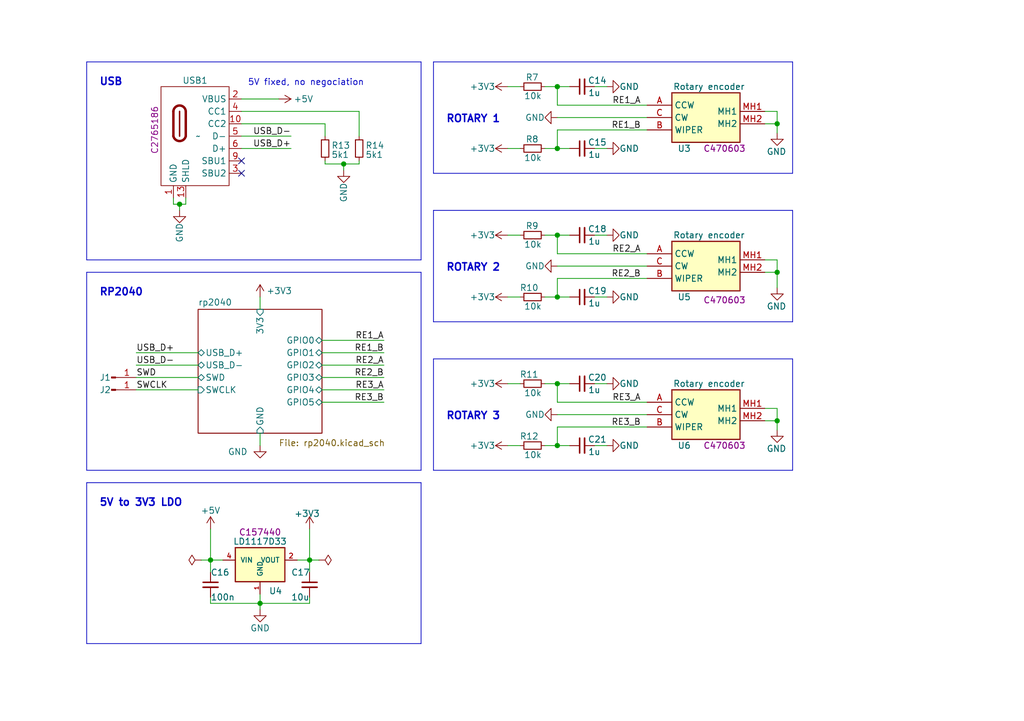
<source format=kicad_sch>
(kicad_sch (version 20230121) (generator eeschema)

  (uuid 5a1de081-0e04-4935-8bbd-d0b711044c70)

  (paper "A5")

  (title_block
    (title "Volumer")
    (date "2023-09-03")
    (rev "0.1")
    (company "Jonas S.")
  )

  (lib_symbols
    (symbol "Connector:Conn_01x01_Pin" (pin_names (offset 1.016) hide) (in_bom yes) (on_board yes)
      (property "Reference" "J" (at 0 2.54 0)
        (effects (font (size 1.27 1.27)))
      )
      (property "Value" "Conn_01x01_Pin" (at 0 -2.54 0)
        (effects (font (size 1.27 1.27)))
      )
      (property "Footprint" "" (at 0 0 0)
        (effects (font (size 1.27 1.27)) hide)
      )
      (property "Datasheet" "~" (at 0 0 0)
        (effects (font (size 1.27 1.27)) hide)
      )
      (property "ki_locked" "" (at 0 0 0)
        (effects (font (size 1.27 1.27)))
      )
      (property "ki_keywords" "connector" (at 0 0 0)
        (effects (font (size 1.27 1.27)) hide)
      )
      (property "ki_description" "Generic connector, single row, 01x01, script generated" (at 0 0 0)
        (effects (font (size 1.27 1.27)) hide)
      )
      (property "ki_fp_filters" "Connector*:*_1x??_*" (at 0 0 0)
        (effects (font (size 1.27 1.27)) hide)
      )
      (symbol "Conn_01x01_Pin_1_1"
        (polyline
          (pts
            (xy 1.27 0)
            (xy 0.8636 0)
          )
          (stroke (width 0.1524) (type default))
          (fill (type none))
        )
        (rectangle (start 0.8636 0.127) (end 0 -0.127)
          (stroke (width 0.1524) (type default))
          (fill (type outline))
        )
        (pin passive line (at 5.08 0 180) (length 3.81)
          (name "Pin_1" (effects (font (size 1.27 1.27))))
          (number "1" (effects (font (size 1.27 1.27))))
        )
      )
    )
    (symbol "Device:C_Small" (pin_numbers hide) (pin_names (offset 0.254) hide) (in_bom yes) (on_board yes)
      (property "Reference" "C" (at 0.254 1.778 0)
        (effects (font (size 1.27 1.27)) (justify left))
      )
      (property "Value" "C_Small" (at 0.254 -2.032 0)
        (effects (font (size 1.27 1.27)) (justify left))
      )
      (property "Footprint" "" (at 0 0 0)
        (effects (font (size 1.27 1.27)) hide)
      )
      (property "Datasheet" "~" (at 0 0 0)
        (effects (font (size 1.27 1.27)) hide)
      )
      (property "ki_keywords" "capacitor cap" (at 0 0 0)
        (effects (font (size 1.27 1.27)) hide)
      )
      (property "ki_description" "Unpolarized capacitor, small symbol" (at 0 0 0)
        (effects (font (size 1.27 1.27)) hide)
      )
      (property "ki_fp_filters" "C_*" (at 0 0 0)
        (effects (font (size 1.27 1.27)) hide)
      )
      (symbol "C_Small_0_1"
        (polyline
          (pts
            (xy -1.524 -0.508)
            (xy 1.524 -0.508)
          )
          (stroke (width 0.3302) (type default))
          (fill (type none))
        )
        (polyline
          (pts
            (xy -1.524 0.508)
            (xy 1.524 0.508)
          )
          (stroke (width 0.3048) (type default))
          (fill (type none))
        )
      )
      (symbol "C_Small_1_1"
        (pin passive line (at 0 2.54 270) (length 2.032)
          (name "~" (effects (font (size 1.27 1.27))))
          (number "1" (effects (font (size 1.27 1.27))))
        )
        (pin passive line (at 0 -2.54 90) (length 2.032)
          (name "~" (effects (font (size 1.27 1.27))))
          (number "2" (effects (font (size 1.27 1.27))))
        )
      )
    )
    (symbol "Device:R_Small" (pin_numbers hide) (pin_names (offset 0.254) hide) (in_bom yes) (on_board yes)
      (property "Reference" "R" (at 0.762 0.508 0)
        (effects (font (size 1.27 1.27)) (justify left))
      )
      (property "Value" "R_Small" (at 0.762 -1.016 0)
        (effects (font (size 1.27 1.27)) (justify left))
      )
      (property "Footprint" "" (at 0 0 0)
        (effects (font (size 1.27 1.27)) hide)
      )
      (property "Datasheet" "~" (at 0 0 0)
        (effects (font (size 1.27 1.27)) hide)
      )
      (property "ki_keywords" "R resistor" (at 0 0 0)
        (effects (font (size 1.27 1.27)) hide)
      )
      (property "ki_description" "Resistor, small symbol" (at 0 0 0)
        (effects (font (size 1.27 1.27)) hide)
      )
      (property "ki_fp_filters" "R_*" (at 0 0 0)
        (effects (font (size 1.27 1.27)) hide)
      )
      (symbol "R_Small_0_1"
        (rectangle (start -0.762 1.778) (end 0.762 -1.778)
          (stroke (width 0.2032) (type default))
          (fill (type none))
        )
      )
      (symbol "R_Small_1_1"
        (pin passive line (at 0 2.54 270) (length 0.762)
          (name "~" (effects (font (size 1.27 1.27))))
          (number "1" (effects (font (size 1.27 1.27))))
        )
        (pin passive line (at 0 -2.54 90) (length 0.762)
          (name "~" (effects (font (size 1.27 1.27))))
          (number "2" (effects (font (size 1.27 1.27))))
        )
      )
    )
    (symbol "EC12E2430401_1" (in_bom yes) (on_board yes)
      (property "Reference" "U3" (at 7.62 -8.89 0)
        (effects (font (size 1.27 1.27)))
      )
      (property "Value" "Rotary encoder" (at 12.7 3.81 0)
        (effects (font (size 1.27 1.27)))
      )
      (property "Footprint" "EC12E2430401" (at 24.13 -94.92 0)
        (effects (font (size 1.27 1.27)) (justify left top) hide)
      )
      (property "Datasheet" "https://componentsearchengine.com/Datasheets/2/EC12E2430401.pdf" (at 24.13 -194.92 0)
        (effects (font (size 1.27 1.27)) (justify left top) hide)
      )
      (property "Height" "25" (at 24.13 -394.92 0)
        (effects (font (size 1.27 1.27)) (justify left top) hide)
      )
      (property "Mouser Part Number" "688-EC12E2430401" (at 24.13 -494.92 0)
        (effects (font (size 1.27 1.27)) (justify left top) hide)
      )
      (property "Mouser Price/Stock" "https://www.mouser.co.uk/ProductDetail/Alps-Alpine/EC12E2430401?qs=PoKhxlfUXjLYirsjQeVN9w%3D%3D" (at 24.13 -594.92 0)
        (effects (font (size 1.27 1.27)) (justify left top) hide)
      )
      (property "Manufacturer_Name" "ALPS Electric" (at 24.13 -694.92 0)
        (effects (font (size 1.27 1.27)) (justify left top) hide)
      )
      (property "Manufacturer_Part_Number" "EC12E2430401" (at 24.13 -794.92 0)
        (effects (font (size 1.27 1.27)) (justify left top) hide)
      )
      (property "LCSC" "C470603" (at 0 0 0)
        (effects (font (size 1.27 1.27)) hide)
      )
      (property "ki_description" "Alps Alpine 24 Pulse Incremental Mechanical Rotary Encoder with a 6 mm Flat Shaft (Not Indexed), Through Hole" (at 0 0 0)
        (effects (font (size 1.27 1.27)) hide)
      )
      (symbol "EC12E2430401_1_1_1"
        (rectangle (start 5.08 2.54) (end 19.05 -7.62)
          (stroke (width 0.254) (type default))
          (fill (type background))
        )
        (pin passive line (at 0 0 0) (length 5.08)
          (name "CCW" (effects (font (size 1.27 1.27))))
          (number "A" (effects (font (size 1.27 1.27))))
        )
        (pin passive line (at 0 -5.08 0) (length 5.08)
          (name "WIPER" (effects (font (size 1.27 1.27))))
          (number "B" (effects (font (size 1.27 1.27))))
        )
        (pin passive line (at 0 -2.54 0) (length 5.08)
          (name "CW" (effects (font (size 1.27 1.27))))
          (number "C" (effects (font (size 1.27 1.27))))
        )
        (pin passive line (at 24.13 -1.27 180) (length 5.08)
          (name "MH1" (effects (font (size 1.27 1.27))))
          (number "MH1" (effects (font (size 1.27 1.27))))
        )
        (pin passive line (at 24.13 -3.81 180) (length 5.08)
          (name "MH2" (effects (font (size 1.27 1.27))))
          (number "MH2" (effects (font (size 1.27 1.27))))
        )
      )
    )
    (symbol "LD1117D33:LD1117D33" (pin_names (offset 1.016)) (in_bom yes) (on_board yes)
      (property "Reference" "U9" (at -5.08 8.89 0)
        (effects (font (size 1.27 1.27)))
      )
      (property "Value" "LD1117D33" (at -5.08 6.35 0)
        (effects (font (size 1.27 1.27)))
      )
      (property "Footprint" "SOIC127P600X175-8N" (at 1.27 -16.51 0)
        (effects (font (size 1.27 1.27)) (justify bottom) hide)
      )
      (property "Datasheet" "" (at 0 0 0)
        (effects (font (size 1.27 1.27)) hide)
      )
      (property "MF" "STMicroelectronics" (at -21.59 11.43 0)
        (effects (font (size 1.27 1.27)) (justify bottom) hide)
      )
      (property "Description" "\nLinear Voltage Regulator IC Positive Fixed 1 Output 800mA 8-SOIC\n" (at 0 -12.7 0)
        (effects (font (size 1.27 1.27)) (justify bottom) hide)
      )
      (property "Package" "SOIC-8 STMicroelectronics" (at -21.59 13.97 0)
        (effects (font (size 1.27 1.27)) (justify bottom) hide)
      )
      (property "Price" "None" (at 4.445 10.795 0)
        (effects (font (size 1.27 1.27)) (justify bottom) hide)
      )
      (property "Check_prices" "https://www.snapeda.com/parts/LD1117D33/STMicroelectronics/view-part/?ref=eda" (at 1.27 -13.97 0)
        (effects (font (size 1.27 1.27)) (justify bottom) hide)
      )
      (property "SnapEDA_Link" "https://www.snapeda.com/parts/LD1117D33/STMicroelectronics/view-part/?ref=snap" (at 1.27 -20.32 0)
        (effects (font (size 1.27 1.27)) (justify bottom) hide)
      )
      (property "MP" "LD1117D33" (at 0 -17.78 0)
        (effects (font (size 1.27 1.27)) (justify bottom) hide)
      )
      (property "Purchase-URL" "https://pricing.snapeda.com/search?q=LD1117D33&ref=eda" (at -1.27 -22.86 0)
        (effects (font (size 1.27 1.27)) (justify bottom) hide)
      )
      (property "Availability" "In Stock" (at 5.08 8.89 0)
        (effects (font (size 1.27 1.27)) (justify bottom) hide)
      )
      (property "MANUFACTURER" "ST Microelectronics" (at -26.67 17.145 0)
        (effects (font (size 1.27 1.27)) (justify bottom) hide)
      )
      (symbol "LD1117D33_0_0"
        (rectangle (start -10.16 4.445) (end 0 -2.54)
          (stroke (width 0.254) (type default))
          (fill (type background))
        )
      )
      (symbol "LD1117D33_1_0"
        (pin power_in line (at -5.08 -5.08 90) (length 2.54)
          (name "GND" (effects (font (size 1 1))))
          (number "1" (effects (font (size 0.8 0.8))))
        )
        (pin output line (at 2.54 1.905 180) (length 2.54)
          (name "VOUT" (effects (font (size 1.016 1.016))))
          (number "2" (effects (font (size 1.016 1.016))))
        )
        (pin output line (at 2.54 1.905 180) (length 2.54) hide
          (name "VOUT@2" (effects (font (size 1.016 1.016))))
          (number "3" (effects (font (size 1.016 1.016))))
        )
        (pin input line (at -12.7 1.905 0) (length 2.54)
          (name "VIN" (effects (font (size 1.016 1.016))))
          (number "4" (effects (font (size 1.016 1.016))))
        )
        (pin output line (at 2.54 1.905 180) (length 2.54) hide
          (name "VOUT@3" (effects (font (size 1.016 1.016))))
          (number "6" (effects (font (size 1.016 1.016))))
        )
        (pin output line (at 2.54 1.905 180) (length 2.54) hide
          (name "VOUT@4" (effects (font (size 1.016 1.016))))
          (number "7" (effects (font (size 1.016 1.016))))
        )
      )
    )
    (symbol "USB_C:USBC_16P" (in_bom yes) (on_board yes)
      (property "Reference" "USB" (at 2.54 11.43 0)
        (effects (font (size 1.27 1.27)))
      )
      (property "Value" "" (at 0 0 0)
        (effects (font (size 1.27 1.27)))
      )
      (property "Footprint" "" (at 0 0 0)
        (effects (font (size 1.27 1.27)) hide)
      )
      (property "Datasheet" "" (at 0 0 0)
        (effects (font (size 1.27 1.27)) hide)
      )
      (property "LCSC" "C2765186" (at 0 0 0)
        (effects (font (size 1.27 1.27)))
      )
      (symbol "USBC_16P_0_1"
        (rectangle (start -7.62 10.16) (end 6.35 -10.16)
          (stroke (width 0) (type default))
          (fill (type none))
        )
      )
      (symbol "USBC_16P_1_1"
        (arc (start -5.08 0) (mid -3.81 -1.0075) (end -2.54 0)
          (stroke (width 0.5) (type default))
          (fill (type none))
        )
        (rectangle (start -3.81 5.08) (end -3.81 0)
          (stroke (width 0.3) (type default))
          (fill (type none))
        )
        (arc (start -2.54 5.08) (mid -3.81 6.286) (end -5.08 5.08)
          (stroke (width 0.5) (type default))
          (fill (type none))
        )
        (polyline
          (pts
            (xy -5.08 5.08)
            (xy -5.08 0)
          )
          (stroke (width 0.5) (type default))
          (fill (type none))
        )
        (polyline
          (pts
            (xy -2.54 5.08)
            (xy -2.54 0)
          )
          (stroke (width 0.5) (type default))
          (fill (type none))
        )
        (pin passive line (at -5.08 -12.7 90) (length 2.54)
          (name "GND" (effects (font (size 1.27 1.27))))
          (number "1" (effects (font (size 1.27 1.27))))
        )
        (pin passive line (at 8.89 2.54 180) (length 2.54)
          (name "CC2" (effects (font (size 1.27 1.27))))
          (number "10" (effects (font (size 1.27 1.27))))
        )
        (pin passive line (at 8.89 7.62 180) (length 2.54) hide
          (name "VBUS" (effects (font (size 1.27 1.27))))
          (number "11" (effects (font (size 1.27 1.27))))
        )
        (pin passive line (at -5.08 -12.7 90) (length 2.54) hide
          (name "GND" (effects (font (size 1.27 1.27))))
          (number "12" (effects (font (size 1.27 1.27))))
        )
        (pin passive line (at -2.54 -12.7 90) (length 2.54)
          (name "SHLD" (effects (font (size 1.27 1.27))))
          (number "13" (effects (font (size 1.27 1.27))))
        )
        (pin passive line (at 8.89 7.62 180) (length 2.54)
          (name "VBUS" (effects (font (size 1.27 1.27))))
          (number "2" (effects (font (size 1.27 1.27))))
        )
        (pin passive line (at 8.89 -7.62 180) (length 2.54)
          (name "SBU2" (effects (font (size 1.27 1.27))))
          (number "3" (effects (font (size 1.27 1.27))))
        )
        (pin passive line (at 8.89 5.08 180) (length 2.54)
          (name "CC1" (effects (font (size 1.27 1.27))))
          (number "4" (effects (font (size 1.27 1.27))))
        )
        (pin passive line (at 8.89 0 180) (length 2.54)
          (name "D-" (effects (font (size 1.27 1.27))))
          (number "5" (effects (font (size 1.27 1.27))))
        )
        (pin passive line (at 8.89 -2.54 180) (length 2.54)
          (name "D+" (effects (font (size 1.27 1.27))))
          (number "6" (effects (font (size 1.27 1.27))))
        )
        (pin passive line (at 8.89 0 180) (length 2.54) hide
          (name "D-" (effects (font (size 1.27 1.27))))
          (number "7" (effects (font (size 1.27 1.27))))
        )
        (pin passive line (at 8.89 -2.54 180) (length 2.54) hide
          (name "D+" (effects (font (size 1.27 1.27))))
          (number "8" (effects (font (size 1.27 1.27))))
        )
        (pin passive line (at 8.89 -5.08 180) (length 2.54)
          (name "SBU1" (effects (font (size 1.27 1.27))))
          (number "9" (effects (font (size 1.27 1.27))))
        )
      )
    )
    (symbol "power:+3V3" (power) (pin_names (offset 0)) (in_bom yes) (on_board yes)
      (property "Reference" "#PWR" (at 0 -3.81 0)
        (effects (font (size 1.27 1.27)) hide)
      )
      (property "Value" "+3V3" (at 0 3.556 0)
        (effects (font (size 1.27 1.27)))
      )
      (property "Footprint" "" (at 0 0 0)
        (effects (font (size 1.27 1.27)) hide)
      )
      (property "Datasheet" "" (at 0 0 0)
        (effects (font (size 1.27 1.27)) hide)
      )
      (property "ki_keywords" "global power" (at 0 0 0)
        (effects (font (size 1.27 1.27)) hide)
      )
      (property "ki_description" "Power symbol creates a global label with name \"+3V3\"" (at 0 0 0)
        (effects (font (size 1.27 1.27)) hide)
      )
      (symbol "+3V3_0_1"
        (polyline
          (pts
            (xy -0.762 1.27)
            (xy 0 2.54)
          )
          (stroke (width 0) (type default))
          (fill (type none))
        )
        (polyline
          (pts
            (xy 0 0)
            (xy 0 2.54)
          )
          (stroke (width 0) (type default))
          (fill (type none))
        )
        (polyline
          (pts
            (xy 0 2.54)
            (xy 0.762 1.27)
          )
          (stroke (width 0) (type default))
          (fill (type none))
        )
      )
      (symbol "+3V3_1_1"
        (pin power_in line (at 0 0 90) (length 0) hide
          (name "+3V3" (effects (font (size 1.27 1.27))))
          (number "1" (effects (font (size 1.27 1.27))))
        )
      )
    )
    (symbol "power:+5V" (power) (pin_names (offset 0)) (in_bom yes) (on_board yes)
      (property "Reference" "#PWR" (at 0 -3.81 0)
        (effects (font (size 1.27 1.27)) hide)
      )
      (property "Value" "+5V" (at 0 3.556 0)
        (effects (font (size 1.27 1.27)))
      )
      (property "Footprint" "" (at 0 0 0)
        (effects (font (size 1.27 1.27)) hide)
      )
      (property "Datasheet" "" (at 0 0 0)
        (effects (font (size 1.27 1.27)) hide)
      )
      (property "ki_keywords" "global power" (at 0 0 0)
        (effects (font (size 1.27 1.27)) hide)
      )
      (property "ki_description" "Power symbol creates a global label with name \"+5V\"" (at 0 0 0)
        (effects (font (size 1.27 1.27)) hide)
      )
      (symbol "+5V_0_1"
        (polyline
          (pts
            (xy -0.762 1.27)
            (xy 0 2.54)
          )
          (stroke (width 0) (type default))
          (fill (type none))
        )
        (polyline
          (pts
            (xy 0 0)
            (xy 0 2.54)
          )
          (stroke (width 0) (type default))
          (fill (type none))
        )
        (polyline
          (pts
            (xy 0 2.54)
            (xy 0.762 1.27)
          )
          (stroke (width 0) (type default))
          (fill (type none))
        )
      )
      (symbol "+5V_1_1"
        (pin power_in line (at 0 0 90) (length 0) hide
          (name "+5V" (effects (font (size 1.27 1.27))))
          (number "1" (effects (font (size 1.27 1.27))))
        )
      )
    )
    (symbol "power:GND" (power) (pin_names (offset 0)) (in_bom yes) (on_board yes)
      (property "Reference" "#PWR" (at 0 -6.35 0)
        (effects (font (size 1.27 1.27)) hide)
      )
      (property "Value" "GND" (at 0 -3.81 0)
        (effects (font (size 1.27 1.27)))
      )
      (property "Footprint" "" (at 0 0 0)
        (effects (font (size 1.27 1.27)) hide)
      )
      (property "Datasheet" "" (at 0 0 0)
        (effects (font (size 1.27 1.27)) hide)
      )
      (property "ki_keywords" "global power" (at 0 0 0)
        (effects (font (size 1.27 1.27)) hide)
      )
      (property "ki_description" "Power symbol creates a global label with name \"GND\" , ground" (at 0 0 0)
        (effects (font (size 1.27 1.27)) hide)
      )
      (symbol "GND_0_1"
        (polyline
          (pts
            (xy 0 0)
            (xy 0 -1.27)
            (xy 1.27 -1.27)
            (xy 0 -2.54)
            (xy -1.27 -1.27)
            (xy 0 -1.27)
          )
          (stroke (width 0) (type default))
          (fill (type none))
        )
      )
      (symbol "GND_1_1"
        (pin power_in line (at 0 0 270) (length 0) hide
          (name "GND" (effects (font (size 1.27 1.27))))
          (number "1" (effects (font (size 1.27 1.27))))
        )
      )
    )
    (symbol "power:PWR_FLAG" (power) (pin_numbers hide) (pin_names (offset 0) hide) (in_bom yes) (on_board yes)
      (property "Reference" "#FLG" (at 0 1.905 0)
        (effects (font (size 1.27 1.27)) hide)
      )
      (property "Value" "PWR_FLAG" (at 0 3.81 0)
        (effects (font (size 1.27 1.27)))
      )
      (property "Footprint" "" (at 0 0 0)
        (effects (font (size 1.27 1.27)) hide)
      )
      (property "Datasheet" "~" (at 0 0 0)
        (effects (font (size 1.27 1.27)) hide)
      )
      (property "ki_keywords" "flag power" (at 0 0 0)
        (effects (font (size 1.27 1.27)) hide)
      )
      (property "ki_description" "Special symbol for telling ERC where power comes from" (at 0 0 0)
        (effects (font (size 1.27 1.27)) hide)
      )
      (symbol "PWR_FLAG_0_0"
        (pin power_out line (at 0 0 90) (length 0)
          (name "pwr" (effects (font (size 1.27 1.27))))
          (number "1" (effects (font (size 1.27 1.27))))
        )
      )
      (symbol "PWR_FLAG_0_1"
        (polyline
          (pts
            (xy 0 0)
            (xy 0 1.27)
            (xy -1.016 1.905)
            (xy 0 2.54)
            (xy 1.016 1.905)
            (xy 0 1.27)
          )
          (stroke (width 0) (type default))
          (fill (type none))
        )
      )
    )
  )

  (junction (at 159.385 25.4) (diameter 0) (color 0 0 0 0)
    (uuid 0e9a5021-b3ab-4cf5-b36f-bb81f6334ff6)
  )
  (junction (at 159.385 55.88) (diameter 0) (color 0 0 0 0)
    (uuid 292209aa-8a24-496b-a7d3-51bff2687192)
  )
  (junction (at 114.3 30.48) (diameter 0) (color 0 0 0 0)
    (uuid 2fc60a9c-76f9-4a7b-b778-21b897f8c985)
  )
  (junction (at 53.34 123.825) (diameter 0) (color 0 0 0 0)
    (uuid 31f15024-febf-4046-82a5-420e973124a1)
  )
  (junction (at 114.3 91.44) (diameter 0) (color 0 0 0 0)
    (uuid 3f958117-5e38-463a-b3a4-057fbab7936d)
  )
  (junction (at 36.83 41.91) (diameter 0) (color 0 0 0 0)
    (uuid 41ed6895-fe83-442f-ac6b-9d7c876d170f)
  )
  (junction (at 114.3 60.96) (diameter 0) (color 0 0 0 0)
    (uuid 66f3f0b1-c9da-43ef-8bc1-5dee29e25599)
  )
  (junction (at 43.18 114.935) (diameter 0) (color 0 0 0 0)
    (uuid 69590841-9e04-4946-b44a-20468f9359b3)
  )
  (junction (at 114.3 17.78) (diameter 0) (color 0 0 0 0)
    (uuid 71000e51-8db8-4d18-bc96-9d4ebefc11c0)
  )
  (junction (at 114.3 78.74) (diameter 0) (color 0 0 0 0)
    (uuid 7db7ea96-2296-407c-ba6e-9a9f52e025ae)
  )
  (junction (at 159.385 86.36) (diameter 0) (color 0 0 0 0)
    (uuid 95acac12-671e-4ec4-9de3-c8efc2880c71)
  )
  (junction (at 114.3 48.26) (diameter 0) (color 0 0 0 0)
    (uuid c38a64e9-3d75-4c11-b584-03e5ca4d7391)
  )
  (junction (at 63.5 114.935) (diameter 0) (color 0 0 0 0)
    (uuid d4bb14b6-59cc-416e-beae-febcea1fd0fe)
  )
  (junction (at 70.485 33.655) (diameter 0) (color 0 0 0 0)
    (uuid d6f25599-79a8-4314-9fbd-235e303b50a4)
  )

  (no_connect (at 49.53 35.56) (uuid e548555a-4d43-4036-a682-2599ff8621eb))
  (no_connect (at 49.53 33.02) (uuid f251d58b-3a54-4382-b5f4-6c26669b8e8e))

  (polyline (pts (xy 17.78 96.52) (xy 17.78 55.88))
    (stroke (width 0) (type default))
    (uuid 02a5fd6f-3b52-4a63-b957-2cf9767625c5)
  )

  (wire (pts (xy 66.675 33.02) (xy 66.675 33.655))
    (stroke (width 0) (type default))
    (uuid 074a68b0-c5fd-4a96-8b2c-2eb31d51c044)
  )
  (polyline (pts (xy 86.36 12.7) (xy 86.36 53.34))
    (stroke (width 0) (type default))
    (uuid 096b8756-6054-46f7-99d8-9ccd95c50c2f)
  )

  (wire (pts (xy 159.385 86.36) (xy 159.385 88.265))
    (stroke (width 0) (type default))
    (uuid 09927825-fa94-4d99-8998-03f8ce91b924)
  )
  (wire (pts (xy 104.14 60.96) (xy 106.68 60.96))
    (stroke (width 0) (type default))
    (uuid 0c913638-fbda-47bd-bf9e-113de45b4583)
  )
  (wire (pts (xy 111.76 30.48) (xy 114.3 30.48))
    (stroke (width 0) (type default))
    (uuid 0ca8fbfb-2c07-48a7-b556-c825372b9bed)
  )
  (wire (pts (xy 66.675 33.655) (xy 70.485 33.655))
    (stroke (width 0) (type default))
    (uuid 0e77e5f9-c72a-4ae4-946a-8518887319b5)
  )
  (polyline (pts (xy 162.56 35.56) (xy 88.9 35.56))
    (stroke (width 0) (type default))
    (uuid 0e9c4635-dc24-44f1-94a9-db01b99daadf)
  )

  (wire (pts (xy 43.18 114.935) (xy 45.72 114.935))
    (stroke (width 0) (type default))
    (uuid 0f2c6941-3829-4295-acc5-cddc544b0d57)
  )
  (wire (pts (xy 53.34 123.825) (xy 53.34 125.095))
    (stroke (width 0) (type default))
    (uuid 1203552e-e13a-4b08-ac30-ba550d55a1a9)
  )
  (wire (pts (xy 53.34 121.92) (xy 53.34 123.825))
    (stroke (width 0) (type default))
    (uuid 12fafa99-ee03-431e-9e79-3512edc13dee)
  )
  (wire (pts (xy 43.18 122.555) (xy 43.18 123.825))
    (stroke (width 0) (type default))
    (uuid 141dc401-1b43-428d-bcbe-deb70ec03f04)
  )
  (wire (pts (xy 114.3 60.96) (xy 116.84 60.96))
    (stroke (width 0) (type default))
    (uuid 147bed2f-0a74-4a05-a27e-eb02e7fcea69)
  )
  (wire (pts (xy 114.3 21.59) (xy 132.715 21.59))
    (stroke (width 0) (type default))
    (uuid 14e912f6-3418-49b7-ae7a-c17d44d9a38a)
  )
  (wire (pts (xy 114.3 82.55) (xy 132.715 82.55))
    (stroke (width 0) (type default))
    (uuid 16c1225d-51bc-4ae1-8fe6-715e999a0fc5)
  )
  (wire (pts (xy 111.76 60.96) (xy 114.3 60.96))
    (stroke (width 0) (type default))
    (uuid 17d18eea-1d9d-4aff-a504-f40b1076ae5c)
  )
  (polyline (pts (xy 162.56 96.52) (xy 88.9 96.52))
    (stroke (width 0) (type default))
    (uuid 1842539c-bbfb-44d4-800d-2082a03b3327)
  )

  (wire (pts (xy 38.1 40.64) (xy 38.1 41.91))
    (stroke (width 0) (type default))
    (uuid 1a9655e2-d2ea-4c65-a0d6-a9eae1a22466)
  )
  (wire (pts (xy 73.66 22.86) (xy 73.66 27.94))
    (stroke (width 0) (type default))
    (uuid 1d7ac5da-9b4b-4ecb-8c77-0d09675face5)
  )
  (wire (pts (xy 49.53 27.94) (xy 59.69 27.94))
    (stroke (width 0) (type default))
    (uuid 1dc32e92-5998-4119-806c-c591d9e329c6)
  )
  (wire (pts (xy 114.3 57.15) (xy 132.715 57.15))
    (stroke (width 0) (type default))
    (uuid 208af8de-06f6-448c-86d2-fd7dfc16a40b)
  )
  (wire (pts (xy 27.94 74.93) (xy 40.64 74.93))
    (stroke (width 0) (type default))
    (uuid 215dd5c3-fa56-4620-9639-c1e63efee53c)
  )
  (polyline (pts (xy 162.56 12.7) (xy 162.56 35.56))
    (stroke (width 0) (type default))
    (uuid 22722030-c379-4610-b461-20660d392841)
  )

  (wire (pts (xy 114.3 87.63) (xy 114.3 91.44))
    (stroke (width 0) (type default))
    (uuid 227504dd-6164-4feb-b189-16899e44d5f9)
  )
  (polyline (pts (xy 88.9 66.04) (xy 88.9 43.18))
    (stroke (width 0) (type default))
    (uuid 29819dc1-7827-4fd9-ae3c-4c8658d224eb)
  )

  (wire (pts (xy 104.14 78.74) (xy 106.68 78.74))
    (stroke (width 0) (type default))
    (uuid 2ce7ddc8-6757-4efd-8b8e-950c4bcd5355)
  )
  (wire (pts (xy 121.92 30.48) (xy 124.46 30.48))
    (stroke (width 0) (type default))
    (uuid 2e03099b-b779-4757-854c-e73a726290c8)
  )
  (wire (pts (xy 35.56 41.91) (xy 36.83 41.91))
    (stroke (width 0) (type default))
    (uuid 2ef9cbb0-8338-49a8-a71d-08bc5064ba30)
  )
  (polyline (pts (xy 86.36 132.08) (xy 17.78 132.08))
    (stroke (width 0) (type default))
    (uuid 336532a2-3a34-40d2-bfbf-65b28123dcaa)
  )

  (wire (pts (xy 114.3 17.78) (xy 116.84 17.78))
    (stroke (width 0) (type default))
    (uuid 347d1139-3e7e-40fd-85fe-5883dc83b300)
  )
  (wire (pts (xy 156.845 86.36) (xy 159.385 86.36))
    (stroke (width 0) (type default))
    (uuid 34cdc51e-2191-4066-ac81-48deb5894881)
  )
  (wire (pts (xy 66.04 74.93) (xy 78.74 74.93))
    (stroke (width 0) (type default))
    (uuid 354b10a9-7c16-4c37-bbde-b15b8d591ad4)
  )
  (wire (pts (xy 104.14 91.44) (xy 106.68 91.44))
    (stroke (width 0) (type default))
    (uuid 359b78f2-4e99-4ce1-b110-f105fc7ff7bb)
  )
  (wire (pts (xy 156.845 22.86) (xy 159.385 22.86))
    (stroke (width 0) (type default))
    (uuid 37a9a720-e2a2-4435-85ef-b1ccffd621f0)
  )
  (polyline (pts (xy 88.9 96.52) (xy 88.9 73.66))
    (stroke (width 0) (type default))
    (uuid 3cf5abaa-db57-425e-88c2-7c047069ab8b)
  )
  (polyline (pts (xy 86.36 99.06) (xy 86.36 132.08))
    (stroke (width 0) (type default))
    (uuid 3f2be607-3f9b-447f-a2bf-185845c93d34)
  )

  (wire (pts (xy 104.14 30.48) (xy 106.68 30.48))
    (stroke (width 0) (type default))
    (uuid 3fed6783-f92f-45e0-8a30-f1dec27a0f48)
  )
  (wire (pts (xy 104.14 48.26) (xy 106.68 48.26))
    (stroke (width 0) (type default))
    (uuid 41312074-019d-4f47-b768-a0a423bc34a0)
  )
  (polyline (pts (xy 17.78 132.08) (xy 17.78 99.06))
    (stroke (width 0) (type default))
    (uuid 474b11e9-52e9-484c-b684-de53d0f25c71)
  )

  (wire (pts (xy 111.76 78.74) (xy 114.3 78.74))
    (stroke (width 0) (type default))
    (uuid 49acfe08-5544-4470-a8bf-12767534cfa2)
  )
  (wire (pts (xy 38.1 41.91) (xy 36.83 41.91))
    (stroke (width 0) (type default))
    (uuid 4a843fc8-e121-414b-9c3b-a18227cc017f)
  )
  (polyline (pts (xy 162.56 73.66) (xy 162.56 96.52))
    (stroke (width 0) (type default))
    (uuid 4b4f00bb-1be4-46b1-99a9-dd6e0be947bd)
  )

  (wire (pts (xy 159.385 83.82) (xy 159.385 86.36))
    (stroke (width 0) (type default))
    (uuid 5287a631-6ac5-4f74-95d7-25bb7a5fecfd)
  )
  (wire (pts (xy 156.845 53.34) (xy 159.385 53.34))
    (stroke (width 0) (type default))
    (uuid 53195c78-b727-4332-aaac-9ab361c56069)
  )
  (wire (pts (xy 66.04 72.39) (xy 78.74 72.39))
    (stroke (width 0) (type default))
    (uuid 5750a66d-3172-498a-8e93-113f08898fd0)
  )
  (wire (pts (xy 111.76 48.26) (xy 114.3 48.26))
    (stroke (width 0) (type default))
    (uuid 578c0566-8c8d-4313-b229-84475289e586)
  )
  (wire (pts (xy 66.04 80.01) (xy 78.74 80.01))
    (stroke (width 0) (type default))
    (uuid 5963dc91-2f33-44bb-844a-c4eee31d6963)
  )
  (wire (pts (xy 159.385 22.86) (xy 159.385 25.4))
    (stroke (width 0) (type default))
    (uuid 61448107-1a93-42ba-9e11-80ca1398366f)
  )
  (polyline (pts (xy 17.78 12.7) (xy 86.36 12.7))
    (stroke (width 0) (type default))
    (uuid 63b7cb12-3a1e-4bd7-af9e-1281db7ca3c1)
  )

  (wire (pts (xy 121.92 60.96) (xy 124.46 60.96))
    (stroke (width 0) (type default))
    (uuid 645eff4b-16b2-4acc-beaf-0d83497644b8)
  )
  (wire (pts (xy 27.94 77.47) (xy 40.64 77.47))
    (stroke (width 0) (type default))
    (uuid 678f9af4-40b9-4556-998a-37bdda0d02be)
  )
  (wire (pts (xy 63.5 114.935) (xy 65.405 114.935))
    (stroke (width 0) (type default))
    (uuid 69ac791c-8580-48f4-85f9-4a403be417f6)
  )
  (wire (pts (xy 121.92 78.74) (xy 124.46 78.74))
    (stroke (width 0) (type default))
    (uuid 6e184748-193f-4f8c-8758-ceee8dddd067)
  )
  (wire (pts (xy 114.3 48.26) (xy 114.3 52.07))
    (stroke (width 0) (type default))
    (uuid 7027832a-f217-427b-b5f6-b532d5198f95)
  )
  (wire (pts (xy 159.385 25.4) (xy 159.385 27.305))
    (stroke (width 0) (type default))
    (uuid 71e79803-6b22-43f8-adef-cb4c972ef087)
  )
  (wire (pts (xy 43.18 114.935) (xy 43.18 117.475))
    (stroke (width 0) (type default))
    (uuid 729a5437-2e91-48d6-a9bd-299c23779ad3)
  )
  (wire (pts (xy 53.34 88.9) (xy 53.34 91.44))
    (stroke (width 0) (type default))
    (uuid 74f97fb7-fad3-4ce7-8535-9184f03a4919)
  )
  (wire (pts (xy 104.14 17.78) (xy 106.68 17.78))
    (stroke (width 0) (type default))
    (uuid 753b9c9f-3f2f-4c2c-96a9-d2dcbda8a7cc)
  )
  (wire (pts (xy 63.5 123.825) (xy 53.34 123.825))
    (stroke (width 0) (type default))
    (uuid 756c8560-7670-434f-b0e7-84ac7ebd0741)
  )
  (wire (pts (xy 49.53 20.32) (xy 57.15 20.32))
    (stroke (width 0) (type default))
    (uuid 7802715b-f34b-4cd7-8a46-436447dbfea9)
  )
  (wire (pts (xy 156.845 55.88) (xy 159.385 55.88))
    (stroke (width 0) (type default))
    (uuid 7b68192c-8d04-4021-a063-fc51fc858878)
  )
  (wire (pts (xy 70.485 33.655) (xy 70.485 34.925))
    (stroke (width 0) (type default))
    (uuid 7d1192b6-7cd7-40b9-9b44-4d27769be265)
  )
  (wire (pts (xy 121.92 91.44) (xy 124.46 91.44))
    (stroke (width 0) (type default))
    (uuid 8091880c-773a-4d56-897e-398191ae3176)
  )
  (wire (pts (xy 43.18 123.825) (xy 53.34 123.825))
    (stroke (width 0) (type default))
    (uuid 861d43ed-4c3a-4516-96d1-d93bf39bc3ec)
  )
  (wire (pts (xy 41.275 114.935) (xy 43.18 114.935))
    (stroke (width 0) (type default))
    (uuid 8fdcce38-13be-4749-b954-72089b0a3ee0)
  )
  (wire (pts (xy 114.3 26.67) (xy 114.3 30.48))
    (stroke (width 0) (type default))
    (uuid 93bf0992-0486-4ed3-a879-85ebdf00fd06)
  )
  (wire (pts (xy 114.3 87.63) (xy 132.715 87.63))
    (stroke (width 0) (type default))
    (uuid 946d3ca6-303d-4481-9411-98faed510488)
  )
  (wire (pts (xy 114.3 78.74) (xy 114.3 82.55))
    (stroke (width 0) (type default))
    (uuid 95fb6372-7bb2-44ce-9841-6d95ccfc3f64)
  )
  (wire (pts (xy 111.76 91.44) (xy 114.3 91.44))
    (stroke (width 0) (type default))
    (uuid 998ee742-bcdc-49d7-88cf-87663dfc44f1)
  )
  (wire (pts (xy 159.385 53.34) (xy 159.385 55.88))
    (stroke (width 0) (type default))
    (uuid 9f49d226-c4c7-4b1d-8902-abfa3459a730)
  )
  (wire (pts (xy 114.3 24.13) (xy 132.715 24.13))
    (stroke (width 0) (type default))
    (uuid 9fdffc83-0059-4163-b763-4474704cc5f8)
  )
  (wire (pts (xy 49.53 30.48) (xy 59.69 30.48))
    (stroke (width 0) (type default))
    (uuid a014b27d-80d9-453c-9208-c30668d11d6b)
  )
  (wire (pts (xy 66.04 77.47) (xy 78.74 77.47))
    (stroke (width 0) (type default))
    (uuid a05d220b-de33-4e6a-95a4-976aa0b1297f)
  )
  (wire (pts (xy 63.5 108.585) (xy 63.5 114.935))
    (stroke (width 0) (type default))
    (uuid a174451d-10e1-4947-9ff3-b1be555b68df)
  )
  (wire (pts (xy 121.92 17.78) (xy 124.46 17.78))
    (stroke (width 0) (type default))
    (uuid a2adeee1-159d-42fb-9a03-6c3f466436c0)
  )
  (polyline (pts (xy 17.78 55.88) (xy 86.36 55.88))
    (stroke (width 0) (type default))
    (uuid a2bcca1b-f48d-463c-bf3c-05292c719e6d)
  )

  (wire (pts (xy 114.3 57.15) (xy 114.3 60.96))
    (stroke (width 0) (type default))
    (uuid a3ea6e7d-d8e1-4600-b58b-fe0feb26e956)
  )
  (wire (pts (xy 114.3 78.74) (xy 116.84 78.74))
    (stroke (width 0) (type default))
    (uuid a4ed1684-06e1-4168-bd19-128136c75dff)
  )
  (polyline (pts (xy 88.9 35.56) (xy 88.9 12.7))
    (stroke (width 0) (type default))
    (uuid a78724a5-4c0f-46da-bb23-040568cccbd5)
  )

  (wire (pts (xy 35.56 40.64) (xy 35.56 41.91))
    (stroke (width 0) (type default))
    (uuid a7afad7b-c28a-4ab9-83f7-06c2ca7cff09)
  )
  (polyline (pts (xy 162.56 66.04) (xy 88.9 66.04))
    (stroke (width 0) (type default))
    (uuid a9adbfdc-4f0a-4b17-808d-f889d47e286f)
  )

  (wire (pts (xy 60.96 114.935) (xy 63.5 114.935))
    (stroke (width 0) (type default))
    (uuid ab1dc372-63c9-40c4-ab96-abaec59f05fa)
  )
  (polyline (pts (xy 86.36 96.52) (xy 17.78 96.52))
    (stroke (width 0) (type default))
    (uuid ad30f462-1004-4295-bd58-9187fd464783)
  )

  (wire (pts (xy 49.53 22.86) (xy 73.66 22.86))
    (stroke (width 0) (type default))
    (uuid b4241850-7953-4ebf-92c6-99887c6b31ad)
  )
  (polyline (pts (xy 88.9 73.66) (xy 162.56 73.66))
    (stroke (width 0) (type default))
    (uuid b52fc9c9-5b8c-46a7-b6be-7eda809285a3)
  )

  (wire (pts (xy 66.675 25.4) (xy 66.675 27.94))
    (stroke (width 0) (type default))
    (uuid b5b9e59e-5eef-4a2f-bf46-67522c5faaa5)
  )
  (wire (pts (xy 111.76 17.78) (xy 114.3 17.78))
    (stroke (width 0) (type default))
    (uuid b763fdfe-0a3d-4742-b6d4-d8218bc9b9c6)
  )
  (wire (pts (xy 156.845 25.4) (xy 159.385 25.4))
    (stroke (width 0) (type default))
    (uuid b77d12fb-4f89-4aa0-9e81-76e74b4a5e3a)
  )
  (wire (pts (xy 114.3 30.48) (xy 116.84 30.48))
    (stroke (width 0) (type default))
    (uuid b78306fb-cbb9-4632-bfed-367addeacc1d)
  )
  (wire (pts (xy 114.3 26.67) (xy 132.715 26.67))
    (stroke (width 0) (type default))
    (uuid ba4f1143-c258-4bf4-95f7-f825e8707a69)
  )
  (polyline (pts (xy 86.36 55.88) (xy 86.36 96.52))
    (stroke (width 0) (type default))
    (uuid bb61f921-1812-4bda-b131-5f763aa09d7a)
  )

  (wire (pts (xy 121.92 48.26) (xy 124.46 48.26))
    (stroke (width 0) (type default))
    (uuid bc3a8fa5-16fb-400d-b5bc-aa6e2a24854d)
  )
  (polyline (pts (xy 162.56 43.18) (xy 162.56 66.04))
    (stroke (width 0) (type default))
    (uuid be9434f3-fe26-4d33-9fac-ca492f1d8e63)
  )

  (wire (pts (xy 114.3 52.07) (xy 132.715 52.07))
    (stroke (width 0) (type default))
    (uuid c3a96cfa-ec08-4df0-8dd1-777f82c3063b)
  )
  (wire (pts (xy 114.3 54.61) (xy 132.715 54.61))
    (stroke (width 0) (type default))
    (uuid c43a0120-403a-4134-849b-90b3711cd591)
  )
  (wire (pts (xy 43.18 108.585) (xy 43.18 114.935))
    (stroke (width 0) (type default))
    (uuid c4f769b3-06af-4b6a-97b5-c8e68f75c347)
  )
  (polyline (pts (xy 86.36 53.34) (xy 17.78 53.34))
    (stroke (width 0) (type default))
    (uuid c937cfc2-3760-4ec2-a436-afe1ccdde77a)
  )

  (wire (pts (xy 63.5 114.935) (xy 63.5 117.475))
    (stroke (width 0) (type default))
    (uuid cab3deb4-3e17-4f6d-a3a6-934a57760fa2)
  )
  (wire (pts (xy 114.3 85.09) (xy 132.715 85.09))
    (stroke (width 0) (type default))
    (uuid cb0e5523-0f59-49dc-a54b-65f22bffaeab)
  )
  (wire (pts (xy 27.94 72.39) (xy 40.64 72.39))
    (stroke (width 0) (type default))
    (uuid cf3ed639-9bc4-4d8f-bd7c-45096929ea8d)
  )
  (wire (pts (xy 114.3 91.44) (xy 116.84 91.44))
    (stroke (width 0) (type default))
    (uuid cf93f66a-7326-46e1-af3c-62ad00b9d812)
  )
  (wire (pts (xy 66.04 82.55) (xy 78.74 82.55))
    (stroke (width 0) (type default))
    (uuid e0df465f-a9d4-489f-926e-f2fd73c94092)
  )
  (wire (pts (xy 159.385 55.88) (xy 159.385 59.055))
    (stroke (width 0) (type default))
    (uuid e414d1fc-f4f8-4e59-9e19-9248c8cf6bb9)
  )
  (polyline (pts (xy 88.9 43.18) (xy 162.56 43.18))
    (stroke (width 0) (type default))
    (uuid e45083b1-81a0-4b3d-92a2-0f89bd631404)
  )

  (wire (pts (xy 73.66 33.655) (xy 70.485 33.655))
    (stroke (width 0) (type default))
    (uuid e506c58a-e72c-4909-8182-fc63fb7c04f5)
  )
  (polyline (pts (xy 88.9 12.7) (xy 162.56 12.7))
    (stroke (width 0) (type default))
    (uuid e54e3d40-7a87-4191-bf4c-74438f07defb)
  )
  (polyline (pts (xy 17.78 53.34) (xy 17.78 12.7))
    (stroke (width 0) (type default))
    (uuid e7847247-038b-40b4-835d-081237f5dff6)
  )
  (polyline (pts (xy 17.78 99.06) (xy 86.36 99.06))
    (stroke (width 0) (type default))
    (uuid ecca890a-bdbe-448d-92c7-8e6f765e622b)
  )

  (wire (pts (xy 27.94 80.01) (xy 40.64 80.01))
    (stroke (width 0) (type default))
    (uuid ee95d935-b107-40cb-9086-ffe7b8eb54c9)
  )
  (wire (pts (xy 36.83 41.91) (xy 36.83 43.18))
    (stroke (width 0) (type default))
    (uuid ef230441-b33a-4fe7-beaf-6ad35f495f6a)
  )
  (wire (pts (xy 114.3 17.78) (xy 114.3 21.59))
    (stroke (width 0) (type default))
    (uuid f1294fc6-dcfc-44dc-89b6-67c585fb739e)
  )
  (wire (pts (xy 114.3 48.26) (xy 116.84 48.26))
    (stroke (width 0) (type default))
    (uuid f26b4d46-a880-4c15-a274-0913263475eb)
  )
  (wire (pts (xy 63.5 122.555) (xy 63.5 123.825))
    (stroke (width 0) (type default))
    (uuid f2efce72-cfb0-4510-98e0-24009754d7f0)
  )
  (wire (pts (xy 49.53 25.4) (xy 66.675 25.4))
    (stroke (width 0) (type default))
    (uuid f3d90320-5751-49a5-8a7d-a51626abcb6c)
  )
  (wire (pts (xy 66.04 69.85) (xy 78.74 69.85))
    (stroke (width 0) (type default))
    (uuid f42d7f34-767f-40c1-9d7b-f4b9cdc7924d)
  )
  (wire (pts (xy 53.34 60.96) (xy 53.34 63.5))
    (stroke (width 0) (type default))
    (uuid f977b14e-ffa8-4cb5-8aa1-3e1776e49874)
  )
  (wire (pts (xy 156.845 83.82) (xy 159.385 83.82))
    (stroke (width 0) (type default))
    (uuid ff383966-d709-47ba-b4c8-1cc56e14d2d7)
  )
  (wire (pts (xy 73.66 33.02) (xy 73.66 33.655))
    (stroke (width 0) (type default))
    (uuid ffbb1b00-e31c-4529-adb7-dfb639879903)
  )

  (text "ROTARY 3" (at 91.44 86.36 0)
    (effects (font (size 1.5 1.5) (thickness 0.3) bold) (justify left bottom))
    (uuid 41f667db-f379-4622-bf5f-0061516de196)
  )
  (text "5V fixed, no negociation" (at 50.8 17.78 0)
    (effects (font (size 1.27 1.27)) (justify left bottom))
    (uuid 4a5bb19d-8a9d-43f9-8e03-79091fce3591)
  )
  (text "5V to 3V3 LDO" (at 20.32 104.14 0)
    (effects (font (size 1.5 1.5) (thickness 0.3) bold) (justify left bottom))
    (uuid 4ef71da1-66d3-4554-99ba-64f596890621)
  )
  (text "ROTARY 1" (at 91.44 25.4 0)
    (effects (font (size 1.5 1.5) (thickness 0.3) bold) (justify left bottom))
    (uuid afd486ad-750f-4c94-955f-af1ac5f4d73f)
  )
  (text "ROTARY 2" (at 91.44 55.88 0)
    (effects (font (size 1.5 1.5) (thickness 0.3) bold) (justify left bottom))
    (uuid e2af1cad-632a-4a46-90cf-8a06ef277552)
  )
  (text "RP2040" (at 20.32 60.96 0)
    (effects (font (size 1.5 1.5) (thickness 0.3) bold) (justify left bottom))
    (uuid f49dbf37-4dd3-409a-88bf-01c1141cb745)
  )
  (text "USB" (at 20.32 17.78 0)
    (effects (font (size 1.5 1.5) (thickness 0.3) bold) (justify left bottom))
    (uuid f750d0dd-316f-464c-86eb-6ce26820e077)
  )

  (label "RE1_B" (at 78.74 72.39 180) (fields_autoplaced)
    (effects (font (size 1.27 1.27)) (justify right bottom))
    (uuid 023358cf-5912-45f6-973f-c1eeafbe6103)
  )
  (label "USB_D+" (at 27.94 72.39 0) (fields_autoplaced)
    (effects (font (size 1.27 1.27)) (justify left bottom))
    (uuid 11970e1f-3391-4ed9-8ca3-f08dfbf37016)
  )
  (label "USB_D+" (at 59.69 30.48 180) (fields_autoplaced)
    (effects (font (size 1.27 1.27)) (justify right bottom))
    (uuid 1f1aca32-f053-43b2-8395-80cc244feb92)
  )
  (label "RE1_A" (at 78.74 69.85 180) (fields_autoplaced)
    (effects (font (size 1.27 1.27)) (justify right bottom))
    (uuid 26e857b8-74e0-45d0-8cd7-019219bd478c)
  )
  (label "RE3_B" (at 131.445 87.63 180) (fields_autoplaced)
    (effects (font (size 1.27 1.27)) (justify right bottom))
    (uuid 27e4fb1a-96b4-47d7-a079-07ca6c603879)
  )
  (label "SWCLK" (at 27.94 80.01 0) (fields_autoplaced)
    (effects (font (size 1.27 1.27)) (justify left bottom))
    (uuid 46594d84-d095-4b2f-84c9-b095d9450c8c)
  )
  (label "RE3_B" (at 78.74 82.55 180) (fields_autoplaced)
    (effects (font (size 1.27 1.27)) (justify right bottom))
    (uuid 4a0fefae-f7fc-46a8-a384-ba0dfaa5a7e1)
  )
  (label "RE1_B" (at 131.445 26.67 180) (fields_autoplaced)
    (effects (font (size 1.27 1.27)) (justify right bottom))
    (uuid 50d3a984-838f-4078-8ef2-2e7b3f841b1d)
  )
  (label "RE3_A" (at 78.74 80.01 180) (fields_autoplaced)
    (effects (font (size 1.27 1.27)) (justify right bottom))
    (uuid 5abb3eda-ec36-4d9b-b338-aa91453b41b2)
  )
  (label "USB_D-" (at 27.94 74.93 0) (fields_autoplaced)
    (effects (font (size 1.27 1.27)) (justify left bottom))
    (uuid 6274a357-85b6-466a-985a-9ade579e641b)
  )
  (label "RE2_B" (at 78.74 77.47 180) (fields_autoplaced)
    (effects (font (size 1.27 1.27)) (justify right bottom))
    (uuid 8dd61ccb-ce17-42c7-8288-fdbec49e16c8)
  )
  (label "RE2_A" (at 131.445 52.07 180) (fields_autoplaced)
    (effects (font (size 1.27 1.27)) (justify right bottom))
    (uuid a2d896e7-046d-4c89-8f59-a176d404477d)
  )
  (label "RE1_A" (at 131.445 21.59 180) (fields_autoplaced)
    (effects (font (size 1.27 1.27)) (justify right bottom))
    (uuid ae0cd382-77ea-4db0-805c-36cc0f05d1da)
  )
  (label "SWD" (at 27.94 77.47 0) (fields_autoplaced)
    (effects (font (size 1.27 1.27)) (justify left bottom))
    (uuid cf9f5abf-6d66-4ad8-bc1f-ed232e5683a2)
  )
  (label "RE2_B" (at 131.445 57.15 180) (fields_autoplaced)
    (effects (font (size 1.27 1.27)) (justify right bottom))
    (uuid d0547268-d02d-4534-a43f-b19df7f53c12)
  )
  (label "RE3_A" (at 131.445 82.55 180) (fields_autoplaced)
    (effects (font (size 1.27 1.27)) (justify right bottom))
    (uuid daf97924-094b-4386-af48-a5d05f3d7849)
  )
  (label "RE2_A" (at 78.74 74.93 180) (fields_autoplaced)
    (effects (font (size 1.27 1.27)) (justify right bottom))
    (uuid dea6f213-c282-4755-b709-86e3a6f974fe)
  )
  (label "USB_D-" (at 59.69 27.94 180) (fields_autoplaced)
    (effects (font (size 1.27 1.27)) (justify right bottom))
    (uuid e38a2441-2a24-414b-8d3c-c2b26b0e72b5)
  )

  (symbol (lib_id "power:GND") (at 70.485 34.925 0) (unit 1)
    (in_bom yes) (on_board yes) (dnp no)
    (uuid 0bfd6c3a-09fa-4a51-8d1b-c9341a2469a3)
    (property "Reference" "#PWR033" (at 70.485 41.275 0)
      (effects (font (size 1.27 1.27)) hide)
    )
    (property "Value" "GND" (at 70.485 37.465 90)
      (effects (font (size 1.27 1.27)) (justify right))
    )
    (property "Footprint" "" (at 70.485 34.925 0)
      (effects (font (size 1.27 1.27)) hide)
    )
    (property "Datasheet" "" (at 70.485 34.925 0)
      (effects (font (size 1.27 1.27)) hide)
    )
    (pin "1" (uuid 7c26b885-f97a-4171-826d-50016200a50a))
    (instances
      (project "volumer"
        (path "/5a1de081-0e04-4935-8bbd-d0b711044c70"
          (reference "#PWR033") (unit 1)
        )
      )
    )
  )

  (symbol (lib_id "Device:R_Small") (at 109.22 30.48 90) (unit 1)
    (in_bom yes) (on_board yes) (dnp no)
    (uuid 0c66fdea-1874-4984-95b0-15a3dc1d7071)
    (property "Reference" "R8" (at 110.49 28.575 90)
      (effects (font (size 1.27 1.27)) (justify left))
    )
    (property "Value" "10k" (at 111.125 32.385 90)
      (effects (font (size 1.27 1.27)) (justify left))
    )
    (property "Footprint" "Resistor_SMD:R_0603_1608Metric_Pad0.98x0.95mm_HandSolder" (at 109.22 30.48 0)
      (effects (font (size 1.27 1.27)) hide)
    )
    (property "Datasheet" "~" (at 109.22 30.48 0)
      (effects (font (size 1.27 1.27)) hide)
    )
    (pin "1" (uuid b2b75857-719b-498b-9a0c-304bb0406738))
    (pin "2" (uuid f283af49-d268-4ba3-aaef-f436c9954ba7))
    (instances
      (project "volumer"
        (path "/5a1de081-0e04-4935-8bbd-d0b711044c70"
          (reference "R8") (unit 1)
        )
      )
    )
  )

  (symbol (lib_id "power:+3V3") (at 53.34 60.96 0) (unit 1)
    (in_bom yes) (on_board yes) (dnp no)
    (uuid 0fbaf0a3-4cf2-4f71-a0ad-94feab1087f8)
    (property "Reference" "#PWR035" (at 53.34 64.77 0)
      (effects (font (size 1.27 1.27)) hide)
    )
    (property "Value" "+3V3" (at 54.61 59.69 0)
      (effects (font (size 1.27 1.27)) (justify left))
    )
    (property "Footprint" "" (at 53.34 60.96 0)
      (effects (font (size 1.27 1.27)) hide)
    )
    (property "Datasheet" "" (at 53.34 60.96 0)
      (effects (font (size 1.27 1.27)) hide)
    )
    (pin "1" (uuid 333106bf-0267-4a9f-bdd3-f943890c97c8))
    (instances
      (project "volumer"
        (path "/5a1de081-0e04-4935-8bbd-d0b711044c70"
          (reference "#PWR035") (unit 1)
        )
      )
    )
  )

  (symbol (lib_id "LD1117D33:LD1117D33") (at 58.42 116.84 0) (unit 1)
    (in_bom yes) (on_board yes) (dnp no)
    (uuid 13ddc8f1-4e1f-48f8-9bc3-26d9f4147b92)
    (property "Reference" "U2" (at 56.515 121.285 0)
      (effects (font (size 1.27 1.27)))
    )
    (property "Value" "LD1117D33" (at 53.34 111.125 0)
      (effects (font (size 1.27 1.27)))
    )
    (property "Footprint" "Package_SO:SOIC-8_3.9x4.9mm_P1.27mm" (at 59.69 133.35 0)
      (effects (font (size 1.27 1.27)) (justify bottom) hide)
    )
    (property "Datasheet" "" (at 58.42 116.84 0)
      (effects (font (size 1.27 1.27)) hide)
    )
    (property "Package" "SOIC-8 STMicroelectronics" (at 36.83 102.87 0)
      (effects (font (size 1.27 1.27)) (justify bottom) hide)
    )
    (property "MP" "LD1117D33" (at 58.42 134.62 0)
      (effects (font (size 1.27 1.27)) (justify bottom) hide)
    )
    (property "LCSC" "C157440" (at 53.34 109.22 0)
      (effects (font (size 1.27 1.27)))
    )
    (pin "1" (uuid 5099e788-756f-4040-a63b-7404202bcc77))
    (pin "2" (uuid 350f7a07-68f7-45c2-aa29-4edaf20be119))
    (pin "3" (uuid a21e654c-09f4-4a83-bf9a-e43c6c273495))
    (pin "4" (uuid 887a33e4-7048-48fa-95d3-a41d69837225))
    (pin "6" (uuid 1695f4b6-c5ff-4784-9bfc-0f9b0db81e43))
    (pin "7" (uuid 44851807-05e6-4baf-85f3-1575cd968b82))
    (instances
      (project "rp2040_board"
        (path "/09445252-0a61-4c93-83e3-151fb2889925/d78eacde-97de-461b-9771-dd935534a676"
          (reference "U2") (unit 1)
        )
      )
      (project "volumer"
        (path "/5a1de081-0e04-4935-8bbd-d0b711044c70"
          (reference "U4") (unit 1)
        )
      )
    )
  )

  (symbol (lib_id "power:GND") (at 114.3 54.61 270) (unit 1)
    (in_bom yes) (on_board yes) (dnp no)
    (uuid 147be77d-7951-465a-919f-55a330d25b10)
    (property "Reference" "#PWR021" (at 107.95 54.61 0)
      (effects (font (size 1.27 1.27)) hide)
    )
    (property "Value" "GND" (at 111.76 54.61 90)
      (effects (font (size 1.27 1.27)) (justify right))
    )
    (property "Footprint" "" (at 114.3 54.61 0)
      (effects (font (size 1.27 1.27)) hide)
    )
    (property "Datasheet" "" (at 114.3 54.61 0)
      (effects (font (size 1.27 1.27)) hide)
    )
    (pin "1" (uuid 61ab8833-79ce-4fd2-98d1-7fe93549f7ac))
    (instances
      (project "volumer"
        (path "/5a1de081-0e04-4935-8bbd-d0b711044c70"
          (reference "#PWR021") (unit 1)
        )
      )
    )
  )

  (symbol (lib_id "Device:R_Small") (at 109.22 78.74 90) (unit 1)
    (in_bom yes) (on_board yes) (dnp no)
    (uuid 14c2b13c-b468-4e4f-8719-d095db003169)
    (property "Reference" "R11" (at 110.49 76.835 90)
      (effects (font (size 1.27 1.27)) (justify left))
    )
    (property "Value" "10k" (at 111.125 80.645 90)
      (effects (font (size 1.27 1.27)) (justify left))
    )
    (property "Footprint" "Resistor_SMD:R_0603_1608Metric_Pad0.98x0.95mm_HandSolder" (at 109.22 78.74 0)
      (effects (font (size 1.27 1.27)) hide)
    )
    (property "Datasheet" "~" (at 109.22 78.74 0)
      (effects (font (size 1.27 1.27)) hide)
    )
    (pin "1" (uuid 87de7944-36a4-44c3-b39e-ffb6bd6a1ded))
    (pin "2" (uuid bb3d9d53-1d1c-49f2-93ed-c3baec2f2d4d))
    (instances
      (project "volumer"
        (path "/5a1de081-0e04-4935-8bbd-d0b711044c70"
          (reference "R11") (unit 1)
        )
      )
    )
  )

  (symbol (lib_id "power:GND") (at 124.46 30.48 90) (unit 1)
    (in_bom yes) (on_board yes) (dnp no)
    (uuid 14eeab8b-f6dd-425a-91c9-0b330f5d838f)
    (property "Reference" "#PWR017" (at 130.81 30.48 0)
      (effects (font (size 1.27 1.27)) hide)
    )
    (property "Value" "GND" (at 127 30.48 90)
      (effects (font (size 1.27 1.27)) (justify right))
    )
    (property "Footprint" "" (at 124.46 30.48 0)
      (effects (font (size 1.27 1.27)) hide)
    )
    (property "Datasheet" "" (at 124.46 30.48 0)
      (effects (font (size 1.27 1.27)) hide)
    )
    (pin "1" (uuid 43bafaa6-3b46-4387-87ab-b94d2b4049b8))
    (instances
      (project "volumer"
        (path "/5a1de081-0e04-4935-8bbd-d0b711044c70"
          (reference "#PWR017") (unit 1)
        )
      )
    )
  )

  (symbol (lib_id "Device:C_Small") (at 119.38 30.48 90) (unit 1)
    (in_bom yes) (on_board yes) (dnp no)
    (uuid 164937ea-d31f-4d55-b8ed-76dbc7f6edab)
    (property "Reference" "C15" (at 124.46 29.21 90)
      (effects (font (size 1.27 1.27)) (justify left))
    )
    (property "Value" "1u" (at 123.19 31.75 90)
      (effects (font (size 1.27 1.27)) (justify left))
    )
    (property "Footprint" "Capacitor_SMD:C_0402_1005Metric_Pad0.74x0.62mm_HandSolder" (at 119.38 30.48 0)
      (effects (font (size 1.27 1.27)) hide)
    )
    (property "Datasheet" "~" (at 119.38 30.48 0)
      (effects (font (size 1.27 1.27)) hide)
    )
    (pin "1" (uuid d6c2bde6-b83e-4c7b-b95a-ff927261ec78))
    (pin "2" (uuid bfefedee-dc5f-4aef-b88e-49a6f9ca0727))
    (instances
      (project "volumer"
        (path "/5a1de081-0e04-4935-8bbd-d0b711044c70"
          (reference "C15") (unit 1)
        )
      )
    )
  )

  (symbol (lib_id "Device:C_Small") (at 119.38 17.78 90) (unit 1)
    (in_bom yes) (on_board yes) (dnp no)
    (uuid 1759c013-240a-4206-8ead-78528ad626b8)
    (property "Reference" "C14" (at 124.46 16.51 90)
      (effects (font (size 1.27 1.27)) (justify left))
    )
    (property "Value" "1u" (at 123.19 19.05 90)
      (effects (font (size 1.27 1.27)) (justify left))
    )
    (property "Footprint" "Capacitor_SMD:C_0402_1005Metric_Pad0.74x0.62mm_HandSolder" (at 119.38 17.78 0)
      (effects (font (size 1.27 1.27)) hide)
    )
    (property "Datasheet" "~" (at 119.38 17.78 0)
      (effects (font (size 1.27 1.27)) hide)
    )
    (pin "1" (uuid d97692e9-c4c5-4458-abe6-9876ca6d021b))
    (pin "2" (uuid cac62ad3-7c4c-4c8e-afe8-e62092a48017))
    (instances
      (project "volumer"
        (path "/5a1de081-0e04-4935-8bbd-d0b711044c70"
          (reference "C14") (unit 1)
        )
      )
    )
  )

  (symbol (lib_id "power:+3V3") (at 63.5 108.585 0) (unit 1)
    (in_bom yes) (on_board yes) (dnp no)
    (uuid 1fb06fc1-3607-49fc-b1ba-74ca7170905c)
    (property "Reference" "#PWR031" (at 63.5 112.395 0)
      (effects (font (size 1.27 1.27)) hide)
    )
    (property "Value" "+3V3" (at 60.325 105.41 0)
      (effects (font (size 1.27 1.27)) (justify left))
    )
    (property "Footprint" "" (at 63.5 108.585 0)
      (effects (font (size 1.27 1.27)) hide)
    )
    (property "Datasheet" "" (at 63.5 108.585 0)
      (effects (font (size 1.27 1.27)) hide)
    )
    (pin "1" (uuid 59024c73-1e80-4b0e-b2fa-35bdbda053fb))
    (instances
      (project "volumer"
        (path "/5a1de081-0e04-4935-8bbd-d0b711044c70"
          (reference "#PWR031") (unit 1)
        )
      )
    )
  )

  (symbol (lib_id "Device:R_Small") (at 73.66 30.48 0) (unit 1)
    (in_bom yes) (on_board yes) (dnp no)
    (uuid 2530cf37-67d7-4234-9f4d-a4ba9558f247)
    (property "Reference" "R14" (at 74.93 29.845 0)
      (effects (font (size 1.27 1.27)) (justify left))
    )
    (property "Value" "5k1" (at 74.93 31.75 0)
      (effects (font (size 1.27 1.27)) (justify left))
    )
    (property "Footprint" "Resistor_SMD:R_0603_1608Metric_Pad0.98x0.95mm_HandSolder" (at 73.66 30.48 0)
      (effects (font (size 1.27 1.27)) hide)
    )
    (property "Datasheet" "~" (at 73.66 30.48 0)
      (effects (font (size 1.27 1.27)) hide)
    )
    (pin "1" (uuid 5b4311ee-375d-4cb4-a308-c25701c6c1fe))
    (pin "2" (uuid 096da35a-ea25-4070-94ca-d4962adf6a2b))
    (instances
      (project "volumer"
        (path "/5a1de081-0e04-4935-8bbd-d0b711044c70"
          (reference "R14") (unit 1)
        )
      )
    )
  )

  (symbol (lib_id "power:+5V") (at 57.15 20.32 270) (unit 1)
    (in_bom yes) (on_board yes) (dnp no)
    (uuid 258ca8d4-d4d6-4737-8543-a57cf4b00696)
    (property "Reference" "#PWR06" (at 53.34 20.32 0)
      (effects (font (size 1.27 1.27)) hide)
    )
    (property "Value" "+5V" (at 62.23 20.32 90)
      (effects (font (size 1.27 1.27)))
    )
    (property "Footprint" "" (at 57.15 20.32 0)
      (effects (font (size 1.27 1.27)) hide)
    )
    (property "Datasheet" "" (at 57.15 20.32 0)
      (effects (font (size 1.27 1.27)) hide)
    )
    (pin "1" (uuid 42bc2170-b6c3-4c3a-8af5-86c3e66a336c))
    (instances
      (project "rp2040_board"
        (path "/09445252-0a61-4c93-83e3-151fb2889925"
          (reference "#PWR06") (unit 1)
        )
        (path "/09445252-0a61-4c93-83e3-151fb2889925/d78eacde-97de-461b-9771-dd935534a676"
          (reference "#PWR028") (unit 1)
        )
      )
      (project "volumer"
        (path "/5a1de081-0e04-4935-8bbd-d0b711044c70"
          (reference "#PWR032") (unit 1)
        )
      )
    )
  )

  (symbol (lib_id "power:PWR_FLAG") (at 41.275 114.935 90) (unit 1)
    (in_bom yes) (on_board yes) (dnp no) (fields_autoplaced)
    (uuid 35300f05-2e51-435c-922e-2e6253977d58)
    (property "Reference" "#FLG04" (at 39.37 114.935 0)
      (effects (font (size 1.27 1.27)) hide)
    )
    (property "Value" "PWR_FLAG" (at 36.83 114.935 0)
      (effects (font (size 1.27 1.27)) hide)
    )
    (property "Footprint" "" (at 41.275 114.935 0)
      (effects (font (size 1.27 1.27)) hide)
    )
    (property "Datasheet" "~" (at 41.275 114.935 0)
      (effects (font (size 1.27 1.27)) hide)
    )
    (pin "1" (uuid 6ebb5c3b-ed47-4be5-b0f3-48468603251e))
    (instances
      (project "rp2040_board"
        (path "/09445252-0a61-4c93-83e3-151fb2889925/d78eacde-97de-461b-9771-dd935534a676"
          (reference "#FLG04") (unit 1)
        )
      )
      (project "volumer"
        (path "/5a1de081-0e04-4935-8bbd-d0b711044c70"
          (reference "#FLG01") (unit 1)
        )
      )
    )
  )

  (symbol (lib_name "EC12E2430401_1") (lib_id "EC12E2430401:EC12E2430401") (at 132.715 52.07 0) (unit 1)
    (in_bom yes) (on_board yes) (dnp no)
    (uuid 376c2844-43f6-4c86-aa12-80242b82012b)
    (property "Reference" "U3" (at 140.335 60.96 0)
      (effects (font (size 1.27 1.27)))
    )
    (property "Value" "Rotary encoder" (at 145.415 48.26 0)
      (effects (font (size 1.27 1.27)))
    )
    (property "Footprint" "Rotary_Encoder:RotaryEncoder_Alps_EC12E_Vertical_H20mm" (at 156.845 146.99 0)
      (effects (font (size 1.27 1.27)) (justify left top) hide)
    )
    (property "Datasheet" "https://componentsearchengine.com/Datasheets/2/EC12E2430401.pdf" (at 156.845 246.99 0)
      (effects (font (size 1.27 1.27)) (justify left top) hide)
    )
    (property "Height" "25" (at 156.845 446.99 0)
      (effects (font (size 1.27 1.27)) (justify left top) hide)
    )
    (property "Mouser Part Number" "688-EC12E2430401" (at 156.845 546.99 0)
      (effects (font (size 1.27 1.27)) (justify left top) hide)
    )
    (property "Mouser Price/Stock" "https://www.mouser.co.uk/ProductDetail/Alps-Alpine/EC12E2430401?qs=PoKhxlfUXjLYirsjQeVN9w%3D%3D" (at 156.845 646.99 0)
      (effects (font (size 1.27 1.27)) (justify left top) hide)
    )
    (property "Manufacturer_Name" "ALPS Electric" (at 156.845 746.99 0)
      (effects (font (size 1.27 1.27)) (justify left top) hide)
    )
    (property "Manufacturer_Part_Number" "EC12E2430401" (at 156.845 846.99 0)
      (effects (font (size 1.27 1.27)) (justify left top) hide)
    )
    (property "LCSC" "C470603" (at 148.59 61.595 0)
      (effects (font (size 1.27 1.27)))
    )
    (pin "A" (uuid 0e869414-4430-427d-9f53-509d6681cd43))
    (pin "B" (uuid 3a9dcfb6-a020-48db-a0d9-eae38046daa7))
    (pin "C" (uuid 74b4373d-97b7-4e18-ba76-9f16cb1d49be))
    (pin "MH1" (uuid bed8dead-3011-4fff-a312-73c9de80e4eb))
    (pin "MH2" (uuid b1ebd439-9549-4f7d-91b2-e7921499e72d))
    (instances
      (project "volumer"
        (path "/5a1de081-0e04-4935-8bbd-d0b711044c70/f6213760-9676-44dc-ac75-fe0ddf7260ab"
          (reference "U3") (unit 1)
        )
        (path "/5a1de081-0e04-4935-8bbd-d0b711044c70"
          (reference "U5") (unit 1)
        )
      )
    )
  )

  (symbol (lib_id "Connector:Conn_01x01_Pin") (at 22.86 77.47 0) (unit 1)
    (in_bom yes) (on_board yes) (dnp no)
    (uuid 4d255d44-b56e-4203-9402-fc83579fc14d)
    (property "Reference" "J1" (at 21.59 77.47 0)
      (effects (font (size 1.27 1.27)))
    )
    (property "Value" "Conn_01x01_Pin" (at 23.495 75.565 0)
      (effects (font (size 1.27 1.27)) hide)
    )
    (property "Footprint" "Connector_PinHeader_2.54mm:PinHeader_1x01_P2.54mm_Vertical" (at 22.86 77.47 0)
      (effects (font (size 1.27 1.27)) hide)
    )
    (property "Datasheet" "~" (at 22.86 77.47 0)
      (effects (font (size 1.27 1.27)) hide)
    )
    (pin "1" (uuid dad289c2-2428-4e27-a851-2a73e93323d6))
    (instances
      (project "volumer"
        (path "/5a1de081-0e04-4935-8bbd-d0b711044c70"
          (reference "J1") (unit 1)
        )
      )
    )
  )

  (symbol (lib_id "power:GND") (at 53.34 91.44 0) (unit 1)
    (in_bom yes) (on_board yes) (dnp no)
    (uuid 50758e4a-4dd6-41e3-8360-055a62597440)
    (property "Reference" "#PWR034" (at 53.34 97.79 0)
      (effects (font (size 1.27 1.27)) hide)
    )
    (property "Value" "GND" (at 50.8 92.71 0)
      (effects (font (size 1.27 1.27)) (justify right))
    )
    (property "Footprint" "" (at 53.34 91.44 0)
      (effects (font (size 1.27 1.27)) hide)
    )
    (property "Datasheet" "" (at 53.34 91.44 0)
      (effects (font (size 1.27 1.27)) hide)
    )
    (pin "1" (uuid 807ccd8a-c2a1-4bb1-b43e-1a7cabe9a4d4))
    (instances
      (project "volumer"
        (path "/5a1de081-0e04-4935-8bbd-d0b711044c70"
          (reference "#PWR034") (unit 1)
        )
      )
    )
  )

  (symbol (lib_id "power:+3V3") (at 104.14 78.74 90) (unit 1)
    (in_bom yes) (on_board yes) (dnp no)
    (uuid 52364911-a7da-491d-9ec6-69a2c31c2b80)
    (property "Reference" "#PWR025" (at 107.95 78.74 0)
      (effects (font (size 1.27 1.27)) hide)
    )
    (property "Value" "+3V3" (at 101.6 78.74 90)
      (effects (font (size 1.27 1.27)) (justify left))
    )
    (property "Footprint" "" (at 104.14 78.74 0)
      (effects (font (size 1.27 1.27)) hide)
    )
    (property "Datasheet" "" (at 104.14 78.74 0)
      (effects (font (size 1.27 1.27)) hide)
    )
    (pin "1" (uuid f9735c29-9f21-4dbf-81b8-7b20dd15175e))
    (instances
      (project "volumer"
        (path "/5a1de081-0e04-4935-8bbd-d0b711044c70"
          (reference "#PWR025") (unit 1)
        )
      )
    )
  )

  (symbol (lib_id "Device:C_Small") (at 63.5 120.015 0) (unit 1)
    (in_bom yes) (on_board yes) (dnp no)
    (uuid 52aa19a7-f030-4fe6-83bb-033d180344a1)
    (property "Reference" "C18" (at 59.69 117.475 0)
      (effects (font (size 1.27 1.27)) (justify left))
    )
    (property "Value" "10u" (at 59.69 122.555 0)
      (effects (font (size 1.27 1.27)) (justify left))
    )
    (property "Footprint" "Capacitor_SMD:C_0603_1608Metric_Pad1.08x0.95mm_HandSolder" (at 63.5 120.015 0)
      (effects (font (size 1.27 1.27)) hide)
    )
    (property "Datasheet" "~" (at 63.5 120.015 0)
      (effects (font (size 1.27 1.27)) hide)
    )
    (pin "1" (uuid 68a1ae88-e011-426a-a289-a16cc4be4dce))
    (pin "2" (uuid 7e713bae-18f1-410d-a0bb-701f9e0900f0))
    (instances
      (project "rp2040_board"
        (path "/09445252-0a61-4c93-83e3-151fb2889925"
          (reference "C18") (unit 1)
        )
        (path "/09445252-0a61-4c93-83e3-151fb2889925/d78eacde-97de-461b-9771-dd935534a676"
          (reference "C30") (unit 1)
        )
      )
      (project "volumer"
        (path "/5a1de081-0e04-4935-8bbd-d0b711044c70"
          (reference "C17") (unit 1)
        )
      )
    )
  )

  (symbol (lib_id "power:GND") (at 124.46 60.96 90) (unit 1)
    (in_bom yes) (on_board yes) (dnp no)
    (uuid 55f78a60-4d4f-4012-a221-9d849d90bc95)
    (property "Reference" "#PWR023" (at 130.81 60.96 0)
      (effects (font (size 1.27 1.27)) hide)
    )
    (property "Value" "GND" (at 127 60.96 90)
      (effects (font (size 1.27 1.27)) (justify right))
    )
    (property "Footprint" "" (at 124.46 60.96 0)
      (effects (font (size 1.27 1.27)) hide)
    )
    (property "Datasheet" "" (at 124.46 60.96 0)
      (effects (font (size 1.27 1.27)) hide)
    )
    (pin "1" (uuid 1852b434-f905-4fe3-8855-6156c3fd6e74))
    (instances
      (project "volumer"
        (path "/5a1de081-0e04-4935-8bbd-d0b711044c70"
          (reference "#PWR023") (unit 1)
        )
      )
    )
  )

  (symbol (lib_id "power:+3V3") (at 104.14 30.48 90) (unit 1)
    (in_bom yes) (on_board yes) (dnp no)
    (uuid 56416b6b-ac17-458c-81aa-2ab8127e923a)
    (property "Reference" "#PWR016" (at 107.95 30.48 0)
      (effects (font (size 1.27 1.27)) hide)
    )
    (property "Value" "+3V3" (at 101.6 30.48 90)
      (effects (font (size 1.27 1.27)) (justify left))
    )
    (property "Footprint" "" (at 104.14 30.48 0)
      (effects (font (size 1.27 1.27)) hide)
    )
    (property "Datasheet" "" (at 104.14 30.48 0)
      (effects (font (size 1.27 1.27)) hide)
    )
    (pin "1" (uuid 5678a3ba-f6d1-4279-8a05-49230f5ff1e3))
    (instances
      (project "volumer"
        (path "/5a1de081-0e04-4935-8bbd-d0b711044c70"
          (reference "#PWR016") (unit 1)
        )
      )
    )
  )

  (symbol (lib_id "power:+5V") (at 43.18 108.585 0) (unit 1)
    (in_bom yes) (on_board yes) (dnp no)
    (uuid 57a1269e-59d7-4234-bdab-3e7207e8324e)
    (property "Reference" "#PWR06" (at 43.18 112.395 0)
      (effects (font (size 1.27 1.27)) hide)
    )
    (property "Value" "+5V" (at 43.18 104.775 0)
      (effects (font (size 1.27 1.27)))
    )
    (property "Footprint" "" (at 43.18 108.585 0)
      (effects (font (size 1.27 1.27)) hide)
    )
    (property "Datasheet" "" (at 43.18 108.585 0)
      (effects (font (size 1.27 1.27)) hide)
    )
    (pin "1" (uuid f4add448-0550-4f88-aeaa-77ce913bd831))
    (instances
      (project "rp2040_board"
        (path "/09445252-0a61-4c93-83e3-151fb2889925"
          (reference "#PWR06") (unit 1)
        )
        (path "/09445252-0a61-4c93-83e3-151fb2889925/d78eacde-97de-461b-9771-dd935534a676"
          (reference "#PWR028") (unit 1)
        )
      )
      (project "volumer"
        (path "/5a1de081-0e04-4935-8bbd-d0b711044c70"
          (reference "#PWR011") (unit 1)
        )
      )
    )
  )

  (symbol (lib_id "power:GND") (at 114.3 85.09 270) (unit 1)
    (in_bom yes) (on_board yes) (dnp no)
    (uuid 5a544b72-6662-4920-94a5-232e2c7773b3)
    (property "Reference" "#PWR027" (at 107.95 85.09 0)
      (effects (font (size 1.27 1.27)) hide)
    )
    (property "Value" "GND" (at 111.76 85.09 90)
      (effects (font (size 1.27 1.27)) (justify right))
    )
    (property "Footprint" "" (at 114.3 85.09 0)
      (effects (font (size 1.27 1.27)) hide)
    )
    (property "Datasheet" "" (at 114.3 85.09 0)
      (effects (font (size 1.27 1.27)) hide)
    )
    (pin "1" (uuid 8a026a04-30f6-45c6-92d9-fdbbf33f8877))
    (instances
      (project "volumer"
        (path "/5a1de081-0e04-4935-8bbd-d0b711044c70"
          (reference "#PWR027") (unit 1)
        )
      )
    )
  )

  (symbol (lib_id "power:GND") (at 124.46 17.78 90) (unit 1)
    (in_bom yes) (on_board yes) (dnp no)
    (uuid 63d8f39e-ed85-4851-9612-3bc665b067f8)
    (property "Reference" "#PWR015" (at 130.81 17.78 0)
      (effects (font (size 1.27 1.27)) hide)
    )
    (property "Value" "GND" (at 127 17.78 90)
      (effects (font (size 1.27 1.27)) (justify right))
    )
    (property "Footprint" "" (at 124.46 17.78 0)
      (effects (font (size 1.27 1.27)) hide)
    )
    (property "Datasheet" "" (at 124.46 17.78 0)
      (effects (font (size 1.27 1.27)) hide)
    )
    (pin "1" (uuid df01f9d5-8e10-4df0-9bd5-e941e2f8afa3))
    (instances
      (project "volumer"
        (path "/5a1de081-0e04-4935-8bbd-d0b711044c70"
          (reference "#PWR015") (unit 1)
        )
      )
    )
  )

  (symbol (lib_id "power:GND") (at 124.46 48.26 90) (unit 1)
    (in_bom yes) (on_board yes) (dnp no)
    (uuid 68386bef-8573-4e2e-bdfb-da3482444508)
    (property "Reference" "#PWR022" (at 130.81 48.26 0)
      (effects (font (size 1.27 1.27)) hide)
    )
    (property "Value" "GND" (at 127 48.26 90)
      (effects (font (size 1.27 1.27)) (justify right))
    )
    (property "Footprint" "" (at 124.46 48.26 0)
      (effects (font (size 1.27 1.27)) hide)
    )
    (property "Datasheet" "" (at 124.46 48.26 0)
      (effects (font (size 1.27 1.27)) hide)
    )
    (pin "1" (uuid 5a984f8a-6a29-49c4-b9a9-dd5a9a6141d7))
    (instances
      (project "volumer"
        (path "/5a1de081-0e04-4935-8bbd-d0b711044c70"
          (reference "#PWR022") (unit 1)
        )
      )
    )
  )

  (symbol (lib_id "Device:R_Small") (at 109.22 91.44 90) (unit 1)
    (in_bom yes) (on_board yes) (dnp no)
    (uuid 69c60610-447e-4134-adc8-f556f65e3616)
    (property "Reference" "R12" (at 110.49 89.535 90)
      (effects (font (size 1.27 1.27)) (justify left))
    )
    (property "Value" "10k" (at 111.125 93.345 90)
      (effects (font (size 1.27 1.27)) (justify left))
    )
    (property "Footprint" "Resistor_SMD:R_0603_1608Metric_Pad0.98x0.95mm_HandSolder" (at 109.22 91.44 0)
      (effects (font (size 1.27 1.27)) hide)
    )
    (property "Datasheet" "~" (at 109.22 91.44 0)
      (effects (font (size 1.27 1.27)) hide)
    )
    (pin "1" (uuid 464fc1b6-2445-47fd-8b2a-980debb178fa))
    (pin "2" (uuid 94f5fdc1-869f-4bdc-8bd9-ae46e0dc7c16))
    (instances
      (project "volumer"
        (path "/5a1de081-0e04-4935-8bbd-d0b711044c70"
          (reference "R12") (unit 1)
        )
      )
    )
  )

  (symbol (lib_id "power:GND") (at 36.83 43.18 0) (unit 1)
    (in_bom yes) (on_board yes) (dnp no)
    (uuid 80460f7b-36c4-4db6-9223-681f6e0936ce)
    (property "Reference" "#PWR013" (at 36.83 49.53 0)
      (effects (font (size 1.27 1.27)) hide)
    )
    (property "Value" "GND" (at 36.83 45.72 90)
      (effects (font (size 1.27 1.27)) (justify right))
    )
    (property "Footprint" "" (at 36.83 43.18 0)
      (effects (font (size 1.27 1.27)) hide)
    )
    (property "Datasheet" "" (at 36.83 43.18 0)
      (effects (font (size 1.27 1.27)) hide)
    )
    (pin "1" (uuid 5a6b1229-f9fa-4b4b-90cc-cc050300ae71))
    (instances
      (project "volumer"
        (path "/5a1de081-0e04-4935-8bbd-d0b711044c70"
          (reference "#PWR013") (unit 1)
        )
      )
    )
  )

  (symbol (lib_id "power:+3V3") (at 104.14 60.96 90) (unit 1)
    (in_bom yes) (on_board yes) (dnp no)
    (uuid 813e15ee-cc45-4795-8133-718cbb61bb31)
    (property "Reference" "#PWR020" (at 107.95 60.96 0)
      (effects (font (size 1.27 1.27)) hide)
    )
    (property "Value" "+3V3" (at 101.6 60.96 90)
      (effects (font (size 1.27 1.27)) (justify left))
    )
    (property "Footprint" "" (at 104.14 60.96 0)
      (effects (font (size 1.27 1.27)) hide)
    )
    (property "Datasheet" "" (at 104.14 60.96 0)
      (effects (font (size 1.27 1.27)) hide)
    )
    (pin "1" (uuid 5fd87490-e44b-45b1-80b4-8808fbebdba3))
    (instances
      (project "volumer"
        (path "/5a1de081-0e04-4935-8bbd-d0b711044c70"
          (reference "#PWR020") (unit 1)
        )
      )
    )
  )

  (symbol (lib_id "power:GND") (at 159.385 59.055 0) (unit 1)
    (in_bom yes) (on_board yes) (dnp no)
    (uuid 83e36b0f-4cc8-477d-b665-407d66428497)
    (property "Reference" "#PWR024" (at 159.385 65.405 0)
      (effects (font (size 1.27 1.27)) hide)
    )
    (property "Value" "GND" (at 161.29 62.865 0)
      (effects (font (size 1.27 1.27)) (justify right))
    )
    (property "Footprint" "" (at 159.385 59.055 0)
      (effects (font (size 1.27 1.27)) hide)
    )
    (property "Datasheet" "" (at 159.385 59.055 0)
      (effects (font (size 1.27 1.27)) hide)
    )
    (pin "1" (uuid fe303c07-e0c8-4c42-a960-087d3634d1cf))
    (instances
      (project "volumer"
        (path "/5a1de081-0e04-4935-8bbd-d0b711044c70"
          (reference "#PWR024") (unit 1)
        )
      )
    )
  )

  (symbol (lib_id "Device:C_Small") (at 119.38 91.44 90) (unit 1)
    (in_bom yes) (on_board yes) (dnp no)
    (uuid 86436370-7a21-4fb5-94cb-519d83c1cd17)
    (property "Reference" "C21" (at 124.46 90.17 90)
      (effects (font (size 1.27 1.27)) (justify left))
    )
    (property "Value" "1u" (at 123.19 92.71 90)
      (effects (font (size 1.27 1.27)) (justify left))
    )
    (property "Footprint" "Capacitor_SMD:C_0402_1005Metric_Pad0.74x0.62mm_HandSolder" (at 119.38 91.44 0)
      (effects (font (size 1.27 1.27)) hide)
    )
    (property "Datasheet" "~" (at 119.38 91.44 0)
      (effects (font (size 1.27 1.27)) hide)
    )
    (pin "1" (uuid 8bdeb4ce-25ec-4ae0-abde-0e137746172f))
    (pin "2" (uuid 15edd53d-d1b9-4358-b230-42d78a545bc9))
    (instances
      (project "volumer"
        (path "/5a1de081-0e04-4935-8bbd-d0b711044c70"
          (reference "C21") (unit 1)
        )
      )
    )
  )

  (symbol (lib_id "Connector:Conn_01x01_Pin") (at 22.86 80.01 0) (unit 1)
    (in_bom yes) (on_board yes) (dnp no)
    (uuid 8a033cdf-4d6d-46f3-91ed-81fe8f002371)
    (property "Reference" "J2" (at 21.59 80.01 0)
      (effects (font (size 1.27 1.27)))
    )
    (property "Value" "Conn_01x01_Pin" (at 23.495 78.105 0)
      (effects (font (size 1.27 1.27)) hide)
    )
    (property "Footprint" "Connector_PinHeader_2.54mm:PinHeader_1x01_P2.54mm_Vertical" (at 22.86 80.01 0)
      (effects (font (size 1.27 1.27)) hide)
    )
    (property "Datasheet" "~" (at 22.86 80.01 0)
      (effects (font (size 1.27 1.27)) hide)
    )
    (pin "1" (uuid 3d0d73ba-97c1-41e5-a484-7abc68ee737b))
    (instances
      (project "volumer"
        (path "/5a1de081-0e04-4935-8bbd-d0b711044c70"
          (reference "J2") (unit 1)
        )
      )
    )
  )

  (symbol (lib_id "Device:C_Small") (at 119.38 60.96 90) (unit 1)
    (in_bom yes) (on_board yes) (dnp no)
    (uuid 8dae6f50-26a1-4526-a929-e6479a673f14)
    (property "Reference" "C19" (at 124.46 59.69 90)
      (effects (font (size 1.27 1.27)) (justify left))
    )
    (property "Value" "1u" (at 123.19 62.23 90)
      (effects (font (size 1.27 1.27)) (justify left))
    )
    (property "Footprint" "Capacitor_SMD:C_0402_1005Metric_Pad0.74x0.62mm_HandSolder" (at 119.38 60.96 0)
      (effects (font (size 1.27 1.27)) hide)
    )
    (property "Datasheet" "~" (at 119.38 60.96 0)
      (effects (font (size 1.27 1.27)) hide)
    )
    (pin "1" (uuid 2f7fd75c-5980-471a-a0d4-ce782ed44006))
    (pin "2" (uuid 1f7a7f66-f744-4901-afb9-d3c29630ed6b))
    (instances
      (project "volumer"
        (path "/5a1de081-0e04-4935-8bbd-d0b711044c70"
          (reference "C19") (unit 1)
        )
      )
    )
  )

  (symbol (lib_id "power:GND") (at 124.46 78.74 90) (unit 1)
    (in_bom yes) (on_board yes) (dnp no)
    (uuid 90b79f6a-0e5b-4a64-87f0-6eea71f49353)
    (property "Reference" "#PWR028" (at 130.81 78.74 0)
      (effects (font (size 1.27 1.27)) hide)
    )
    (property "Value" "GND" (at 127 78.74 90)
      (effects (font (size 1.27 1.27)) (justify right))
    )
    (property "Footprint" "" (at 124.46 78.74 0)
      (effects (font (size 1.27 1.27)) hide)
    )
    (property "Datasheet" "" (at 124.46 78.74 0)
      (effects (font (size 1.27 1.27)) hide)
    )
    (pin "1" (uuid 1a3fb27e-0df3-47bb-b9d2-421038675a2a))
    (instances
      (project "volumer"
        (path "/5a1de081-0e04-4935-8bbd-d0b711044c70"
          (reference "#PWR028") (unit 1)
        )
      )
    )
  )

  (symbol (lib_id "power:GND") (at 53.34 125.095 0) (unit 1)
    (in_bom yes) (on_board yes) (dnp no)
    (uuid 9178d919-0393-4839-911a-a60d48427d3a)
    (property "Reference" "#PWR07" (at 53.34 131.445 0)
      (effects (font (size 1.27 1.27)) hide)
    )
    (property "Value" "GND" (at 53.34 128.905 0)
      (effects (font (size 1.27 1.27)))
    )
    (property "Footprint" "" (at 53.34 125.095 0)
      (effects (font (size 1.27 1.27)) hide)
    )
    (property "Datasheet" "" (at 53.34 125.095 0)
      (effects (font (size 1.27 1.27)) hide)
    )
    (pin "1" (uuid 678703a5-80fd-4cff-bd0b-621fc3e1e516))
    (instances
      (project "rp2040_board"
        (path "/09445252-0a61-4c93-83e3-151fb2889925"
          (reference "#PWR07") (unit 1)
        )
        (path "/09445252-0a61-4c93-83e3-151fb2889925/d78eacde-97de-461b-9771-dd935534a676"
          (reference "#PWR029") (unit 1)
        )
      )
      (project "volumer"
        (path "/5a1de081-0e04-4935-8bbd-d0b711044c70"
          (reference "#PWR012") (unit 1)
        )
      )
    )
  )

  (symbol (lib_id "power:GND") (at 159.385 88.265 0) (unit 1)
    (in_bom yes) (on_board yes) (dnp no)
    (uuid 9ebb8e67-6d5b-4de8-97c2-fd262e20d6ee)
    (property "Reference" "#PWR030" (at 159.385 94.615 0)
      (effects (font (size 1.27 1.27)) hide)
    )
    (property "Value" "GND" (at 161.29 92.075 0)
      (effects (font (size 1.27 1.27)) (justify right))
    )
    (property "Footprint" "" (at 159.385 88.265 0)
      (effects (font (size 1.27 1.27)) hide)
    )
    (property "Datasheet" "" (at 159.385 88.265 0)
      (effects (font (size 1.27 1.27)) hide)
    )
    (pin "1" (uuid 87b5dc1b-078f-4b9c-ac44-77389d1968b2))
    (instances
      (project "volumer"
        (path "/5a1de081-0e04-4935-8bbd-d0b711044c70"
          (reference "#PWR030") (unit 1)
        )
      )
    )
  )

  (symbol (lib_id "power:GND") (at 159.385 27.305 0) (unit 1)
    (in_bom yes) (on_board yes) (dnp no)
    (uuid 9f108d29-4556-4538-8ff3-1377d4cdbd12)
    (property "Reference" "#PWR018" (at 159.385 33.655 0)
      (effects (font (size 1.27 1.27)) hide)
    )
    (property "Value" "GND" (at 161.29 31.115 0)
      (effects (font (size 1.27 1.27)) (justify right))
    )
    (property "Footprint" "" (at 159.385 27.305 0)
      (effects (font (size 1.27 1.27)) hide)
    )
    (property "Datasheet" "" (at 159.385 27.305 0)
      (effects (font (size 1.27 1.27)) hide)
    )
    (pin "1" (uuid 24f14aae-b50a-4fea-b421-8e9fb35673c9))
    (instances
      (project "volumer"
        (path "/5a1de081-0e04-4935-8bbd-d0b711044c70"
          (reference "#PWR018") (unit 1)
        )
      )
    )
  )

  (symbol (lib_name "EC12E2430401_1") (lib_id "EC12E2430401:EC12E2430401") (at 132.715 82.55 0) (unit 1)
    (in_bom yes) (on_board yes) (dnp no)
    (uuid a467a28e-3c92-40e0-9fd7-6012756d1a4b)
    (property "Reference" "U3" (at 140.335 91.44 0)
      (effects (font (size 1.27 1.27)))
    )
    (property "Value" "Rotary encoder" (at 145.415 78.74 0)
      (effects (font (size 1.27 1.27)))
    )
    (property "Footprint" "Rotary_Encoder:RotaryEncoder_Alps_EC12E_Vertical_H20mm" (at 156.845 177.47 0)
      (effects (font (size 1.27 1.27)) (justify left top) hide)
    )
    (property "Datasheet" "https://componentsearchengine.com/Datasheets/2/EC12E2430401.pdf" (at 156.845 277.47 0)
      (effects (font (size 1.27 1.27)) (justify left top) hide)
    )
    (property "Height" "25" (at 156.845 477.47 0)
      (effects (font (size 1.27 1.27)) (justify left top) hide)
    )
    (property "Mouser Part Number" "688-EC12E2430401" (at 156.845 577.47 0)
      (effects (font (size 1.27 1.27)) (justify left top) hide)
    )
    (property "Mouser Price/Stock" "https://www.mouser.co.uk/ProductDetail/Alps-Alpine/EC12E2430401?qs=PoKhxlfUXjLYirsjQeVN9w%3D%3D" (at 156.845 677.47 0)
      (effects (font (size 1.27 1.27)) (justify left top) hide)
    )
    (property "Manufacturer_Name" "ALPS Electric" (at 156.845 777.47 0)
      (effects (font (size 1.27 1.27)) (justify left top) hide)
    )
    (property "Manufacturer_Part_Number" "EC12E2430401" (at 156.845 877.47 0)
      (effects (font (size 1.27 1.27)) (justify left top) hide)
    )
    (property "LCSC" "C470603" (at 148.59 91.44 0)
      (effects (font (size 1.27 1.27)))
    )
    (pin "A" (uuid d011f608-7b02-4002-92d8-e83cfa7154a7))
    (pin "B" (uuid 3a52479e-0662-4343-af51-d4b85e11bf03))
    (pin "C" (uuid bdba6dbf-aa32-4127-9ef7-0232bd94a363))
    (pin "MH1" (uuid 7b3f6923-04bd-4b66-8c86-329a826054f8))
    (pin "MH2" (uuid 2796a120-3b2f-4879-ac7e-6600802a5f9d))
    (instances
      (project "volumer"
        (path "/5a1de081-0e04-4935-8bbd-d0b711044c70/f6213760-9676-44dc-ac75-fe0ddf7260ab"
          (reference "U3") (unit 1)
        )
        (path "/5a1de081-0e04-4935-8bbd-d0b711044c70"
          (reference "U6") (unit 1)
        )
      )
    )
  )

  (symbol (lib_id "power:+3V3") (at 104.14 48.26 90) (unit 1)
    (in_bom yes) (on_board yes) (dnp no)
    (uuid a726f513-d3a5-4fd5-8a6c-296fd061c7fc)
    (property "Reference" "#PWR019" (at 107.95 48.26 0)
      (effects (font (size 1.27 1.27)) hide)
    )
    (property "Value" "+3V3" (at 101.6 48.26 90)
      (effects (font (size 1.27 1.27)) (justify left))
    )
    (property "Footprint" "" (at 104.14 48.26 0)
      (effects (font (size 1.27 1.27)) hide)
    )
    (property "Datasheet" "" (at 104.14 48.26 0)
      (effects (font (size 1.27 1.27)) hide)
    )
    (pin "1" (uuid a2617d0e-3fd2-4bef-9971-7c30ef9c7e57))
    (instances
      (project "volumer"
        (path "/5a1de081-0e04-4935-8bbd-d0b711044c70"
          (reference "#PWR019") (unit 1)
        )
      )
    )
  )

  (symbol (lib_id "Device:R_Small") (at 66.675 30.48 0) (unit 1)
    (in_bom yes) (on_board yes) (dnp no)
    (uuid b3d43877-ef72-4c8e-b41c-340adaec02e8)
    (property "Reference" "R13" (at 67.945 29.845 0)
      (effects (font (size 1.27 1.27)) (justify left))
    )
    (property "Value" "5k1" (at 67.945 31.75 0)
      (effects (font (size 1.27 1.27)) (justify left))
    )
    (property "Footprint" "Resistor_SMD:R_0603_1608Metric_Pad0.98x0.95mm_HandSolder" (at 66.675 30.48 0)
      (effects (font (size 1.27 1.27)) hide)
    )
    (property "Datasheet" "~" (at 66.675 30.48 0)
      (effects (font (size 1.27 1.27)) hide)
    )
    (pin "1" (uuid 8e4c0d66-9684-4a3f-9609-ce70bb7cf401))
    (pin "2" (uuid 065329de-9231-47cc-8604-670eec4eeced))
    (instances
      (project "volumer"
        (path "/5a1de081-0e04-4935-8bbd-d0b711044c70"
          (reference "R13") (unit 1)
        )
      )
    )
  )

  (symbol (lib_id "Device:R_Small") (at 109.22 60.96 90) (unit 1)
    (in_bom yes) (on_board yes) (dnp no)
    (uuid b4468259-f432-4c3d-89e8-9051c8219a5e)
    (property "Reference" "R10" (at 110.49 59.055 90)
      (effects (font (size 1.27 1.27)) (justify left))
    )
    (property "Value" "10k" (at 111.125 62.865 90)
      (effects (font (size 1.27 1.27)) (justify left))
    )
    (property "Footprint" "Resistor_SMD:R_0603_1608Metric_Pad0.98x0.95mm_HandSolder" (at 109.22 60.96 0)
      (effects (font (size 1.27 1.27)) hide)
    )
    (property "Datasheet" "~" (at 109.22 60.96 0)
      (effects (font (size 1.27 1.27)) hide)
    )
    (pin "1" (uuid 4b677351-03e0-4cbc-a397-d181c127f68d))
    (pin "2" (uuid 0d12b18c-11bb-4418-b2a8-5fa208288bb1))
    (instances
      (project "volumer"
        (path "/5a1de081-0e04-4935-8bbd-d0b711044c70"
          (reference "R10") (unit 1)
        )
      )
    )
  )

  (symbol (lib_id "Device:R_Small") (at 109.22 17.78 90) (unit 1)
    (in_bom yes) (on_board yes) (dnp no)
    (uuid b763294e-497f-41f6-9b0b-f1f428db8600)
    (property "Reference" "R7" (at 110.49 15.875 90)
      (effects (font (size 1.27 1.27)) (justify left))
    )
    (property "Value" "10k" (at 111.125 19.685 90)
      (effects (font (size 1.27 1.27)) (justify left))
    )
    (property "Footprint" "Resistor_SMD:R_0603_1608Metric_Pad0.98x0.95mm_HandSolder" (at 109.22 17.78 0)
      (effects (font (size 1.27 1.27)) hide)
    )
    (property "Datasheet" "~" (at 109.22 17.78 0)
      (effects (font (size 1.27 1.27)) hide)
    )
    (pin "1" (uuid a6bd689d-9829-4218-9687-6859971cdb15))
    (pin "2" (uuid 0f09c80b-eaca-455f-bd9e-8be997aa32bc))
    (instances
      (project "volumer"
        (path "/5a1de081-0e04-4935-8bbd-d0b711044c70"
          (reference "R7") (unit 1)
        )
      )
    )
  )

  (symbol (lib_id "power:GND") (at 124.46 91.44 90) (unit 1)
    (in_bom yes) (on_board yes) (dnp no)
    (uuid bb24d42f-b0cd-41eb-851c-da3f7bdd663e)
    (property "Reference" "#PWR029" (at 130.81 91.44 0)
      (effects (font (size 1.27 1.27)) hide)
    )
    (property "Value" "GND" (at 127 91.44 90)
      (effects (font (size 1.27 1.27)) (justify right))
    )
    (property "Footprint" "" (at 124.46 91.44 0)
      (effects (font (size 1.27 1.27)) hide)
    )
    (property "Datasheet" "" (at 124.46 91.44 0)
      (effects (font (size 1.27 1.27)) hide)
    )
    (pin "1" (uuid 48cd3959-bfc3-486f-a9af-fb481ca898ac))
    (instances
      (project "volumer"
        (path "/5a1de081-0e04-4935-8bbd-d0b711044c70"
          (reference "#PWR029") (unit 1)
        )
      )
    )
  )

  (symbol (lib_id "Device:R_Small") (at 109.22 48.26 90) (unit 1)
    (in_bom yes) (on_board yes) (dnp no)
    (uuid bdbd0e31-7b05-403f-870c-a0aeaad8e4b6)
    (property "Reference" "R9" (at 110.49 46.355 90)
      (effects (font (size 1.27 1.27)) (justify left))
    )
    (property "Value" "10k" (at 111.125 50.165 90)
      (effects (font (size 1.27 1.27)) (justify left))
    )
    (property "Footprint" "Resistor_SMD:R_0603_1608Metric_Pad0.98x0.95mm_HandSolder" (at 109.22 48.26 0)
      (effects (font (size 1.27 1.27)) hide)
    )
    (property "Datasheet" "~" (at 109.22 48.26 0)
      (effects (font (size 1.27 1.27)) hide)
    )
    (pin "1" (uuid a6f0e1f7-9bbd-4f8b-b455-1fb1006efa1e))
    (pin "2" (uuid 28cef93b-9d8c-42ab-b2f7-1a0e0eac3932))
    (instances
      (project "volumer"
        (path "/5a1de081-0e04-4935-8bbd-d0b711044c70"
          (reference "R9") (unit 1)
        )
      )
    )
  )

  (symbol (lib_name "EC12E2430401_1") (lib_id "EC12E2430401:EC12E2430401") (at 132.715 21.59 0) (unit 1)
    (in_bom yes) (on_board yes) (dnp no)
    (uuid c41bfca9-2e0b-4eb8-b45c-f281aec7d704)
    (property "Reference" "U3" (at 140.335 30.48 0)
      (effects (font (size 1.27 1.27)))
    )
    (property "Value" "Rotary encoder" (at 145.415 17.78 0)
      (effects (font (size 1.27 1.27)))
    )
    (property "Footprint" "Rotary_Encoder:RotaryEncoder_Alps_EC12E_Vertical_H20mm" (at 156.845 116.51 0)
      (effects (font (size 1.27 1.27)) (justify left top) hide)
    )
    (property "Datasheet" "https://componentsearchengine.com/Datasheets/2/EC12E2430401.pdf" (at 156.845 216.51 0)
      (effects (font (size 1.27 1.27)) (justify left top) hide)
    )
    (property "LCSC" "C470603" (at 148.59 30.48 0)
      (effects (font (size 1.27 1.27)))
    )
    (pin "A" (uuid aa226ab5-7b8f-45f3-9b1b-eaef5ee07426))
    (pin "B" (uuid 0559e22f-d588-4696-93d8-aaf879cc3daa))
    (pin "C" (uuid a0823590-bfa6-4759-bf57-bd31686a097f))
    (pin "MH1" (uuid b8e9daf0-934e-4b73-a293-87740b9cf916))
    (pin "MH2" (uuid 819fa039-47ab-493f-889f-8f36aa440cdd))
    (instances
      (project "volumer"
        (path "/5a1de081-0e04-4935-8bbd-d0b711044c70/f6213760-9676-44dc-ac75-fe0ddf7260ab"
          (reference "U3") (unit 1)
        )
        (path "/5a1de081-0e04-4935-8bbd-d0b711044c70"
          (reference "U3") (unit 1)
        )
      )
    )
  )

  (symbol (lib_id "power:GND") (at 114.3 24.13 270) (unit 1)
    (in_bom yes) (on_board yes) (dnp no)
    (uuid d07e7de9-3721-4daf-8d43-7b38357d62e3)
    (property "Reference" "#PWR014" (at 107.95 24.13 0)
      (effects (font (size 1.27 1.27)) hide)
    )
    (property "Value" "GND" (at 111.76 24.13 90)
      (effects (font (size 1.27 1.27)) (justify right))
    )
    (property "Footprint" "" (at 114.3 24.13 0)
      (effects (font (size 1.27 1.27)) hide)
    )
    (property "Datasheet" "" (at 114.3 24.13 0)
      (effects (font (size 1.27 1.27)) hide)
    )
    (pin "1" (uuid 6e239d1f-fdef-4a58-bc26-ccc0850148c4))
    (instances
      (project "volumer"
        (path "/5a1de081-0e04-4935-8bbd-d0b711044c70"
          (reference "#PWR014") (unit 1)
        )
      )
    )
  )

  (symbol (lib_id "Device:C_Small") (at 119.38 78.74 90) (unit 1)
    (in_bom yes) (on_board yes) (dnp no)
    (uuid d8ba5c01-a00e-479b-b3e5-b47cabe892a1)
    (property "Reference" "C20" (at 124.46 77.47 90)
      (effects (font (size 1.27 1.27)) (justify left))
    )
    (property "Value" "1u" (at 123.19 80.01 90)
      (effects (font (size 1.27 1.27)) (justify left))
    )
    (property "Footprint" "Capacitor_SMD:C_0402_1005Metric_Pad0.74x0.62mm_HandSolder" (at 119.38 78.74 0)
      (effects (font (size 1.27 1.27)) hide)
    )
    (property "Datasheet" "~" (at 119.38 78.74 0)
      (effects (font (size 1.27 1.27)) hide)
    )
    (pin "1" (uuid 932d6501-23d6-4453-b43e-ae6e5ee5a4db))
    (pin "2" (uuid 9e3a9fa3-3850-45e2-a093-cb12e3248f56))
    (instances
      (project "volumer"
        (path "/5a1de081-0e04-4935-8bbd-d0b711044c70"
          (reference "C20") (unit 1)
        )
      )
    )
  )

  (symbol (lib_id "power:+3V3") (at 104.14 91.44 90) (unit 1)
    (in_bom yes) (on_board yes) (dnp no)
    (uuid ddbcd9df-0002-424c-afc0-5b410bf9f30a)
    (property "Reference" "#PWR026" (at 107.95 91.44 0)
      (effects (font (size 1.27 1.27)) hide)
    )
    (property "Value" "+3V3" (at 101.6 91.44 90)
      (effects (font (size 1.27 1.27)) (justify left))
    )
    (property "Footprint" "" (at 104.14 91.44 0)
      (effects (font (size 1.27 1.27)) hide)
    )
    (property "Datasheet" "" (at 104.14 91.44 0)
      (effects (font (size 1.27 1.27)) hide)
    )
    (pin "1" (uuid f113f803-a5f8-416e-9c4a-873c85328829))
    (instances
      (project "volumer"
        (path "/5a1de081-0e04-4935-8bbd-d0b711044c70"
          (reference "#PWR026") (unit 1)
        )
      )
    )
  )

  (symbol (lib_id "power:PWR_FLAG") (at 65.405 114.935 270) (unit 1)
    (in_bom yes) (on_board yes) (dnp no) (fields_autoplaced)
    (uuid e51fa9fb-033c-47ca-b4ea-60975dc506e6)
    (property "Reference" "#FLG04" (at 67.31 114.935 0)
      (effects (font (size 1.27 1.27)) hide)
    )
    (property "Value" "PWR_FLAG" (at 69.85 114.935 0)
      (effects (font (size 1.27 1.27)) hide)
    )
    (property "Footprint" "" (at 65.405 114.935 0)
      (effects (font (size 1.27 1.27)) hide)
    )
    (property "Datasheet" "~" (at 65.405 114.935 0)
      (effects (font (size 1.27 1.27)) hide)
    )
    (pin "1" (uuid a4d3e185-874f-4578-8e50-65293d142ab8))
    (instances
      (project "rp2040_board"
        (path "/09445252-0a61-4c93-83e3-151fb2889925/d78eacde-97de-461b-9771-dd935534a676"
          (reference "#FLG04") (unit 1)
        )
      )
      (project "volumer"
        (path "/5a1de081-0e04-4935-8bbd-d0b711044c70"
          (reference "#FLG02") (unit 1)
        )
      )
    )
  )

  (symbol (lib_id "Device:C_Small") (at 119.38 48.26 90) (unit 1)
    (in_bom yes) (on_board yes) (dnp no)
    (uuid ea80226f-56df-413e-afe2-873f67c5671e)
    (property "Reference" "C18" (at 124.46 46.99 90)
      (effects (font (size 1.27 1.27)) (justify left))
    )
    (property "Value" "1u" (at 123.19 49.53 90)
      (effects (font (size 1.27 1.27)) (justify left))
    )
    (property "Footprint" "Capacitor_SMD:C_0402_1005Metric_Pad0.74x0.62mm_HandSolder" (at 119.38 48.26 0)
      (effects (font (size 1.27 1.27)) hide)
    )
    (property "Datasheet" "~" (at 119.38 48.26 0)
      (effects (font (size 1.27 1.27)) hide)
    )
    (pin "1" (uuid b565b56d-b4bb-42aa-866c-fe875109e43a))
    (pin "2" (uuid 55926b8e-1dcf-4a3e-8df2-0f63dd7ad3da))
    (instances
      (project "volumer"
        (path "/5a1de081-0e04-4935-8bbd-d0b711044c70"
          (reference "C18") (unit 1)
        )
      )
    )
  )

  (symbol (lib_id "Device:C_Small") (at 43.18 120.015 0) (unit 1)
    (in_bom yes) (on_board yes) (dnp no)
    (uuid ed5b3212-5927-4e33-806f-29535e21e76c)
    (property "Reference" "C14" (at 43.18 117.475 0)
      (effects (font (size 1.27 1.27)) (justify left))
    )
    (property "Value" "100n" (at 43.18 122.555 0)
      (effects (font (size 1.27 1.27)) (justify left))
    )
    (property "Footprint" "Capacitor_SMD:C_0402_1005Metric_Pad0.74x0.62mm_HandSolder" (at 43.18 120.015 0)
      (effects (font (size 1.27 1.27)) hide)
    )
    (property "Datasheet" "~" (at 43.18 120.015 0)
      (effects (font (size 1.27 1.27)) hide)
    )
    (pin "1" (uuid 4d07ff40-da7b-43ca-8bed-428689fada81))
    (pin "2" (uuid c12f061a-7945-4492-8038-46e584fe2c49))
    (instances
      (project "rp2040_board"
        (path "/09445252-0a61-4c93-83e3-151fb2889925"
          (reference "C14") (unit 1)
        )
        (path "/09445252-0a61-4c93-83e3-151fb2889925/d78eacde-97de-461b-9771-dd935534a676"
          (reference "C29") (unit 1)
        )
      )
      (project "volumer"
        (path "/5a1de081-0e04-4935-8bbd-d0b711044c70"
          (reference "C16") (unit 1)
        )
      )
    )
  )

  (symbol (lib_id "power:+3V3") (at 104.14 17.78 90) (unit 1)
    (in_bom yes) (on_board yes) (dnp no)
    (uuid f23af1b2-d5c7-4c32-96ac-bfdea6bd45cb)
    (property "Reference" "#PWR010" (at 107.95 17.78 0)
      (effects (font (size 1.27 1.27)) hide)
    )
    (property "Value" "+3V3" (at 101.6 17.78 90)
      (effects (font (size 1.27 1.27)) (justify left))
    )
    (property "Footprint" "" (at 104.14 17.78 0)
      (effects (font (size 1.27 1.27)) hide)
    )
    (property "Datasheet" "" (at 104.14 17.78 0)
      (effects (font (size 1.27 1.27)) hide)
    )
    (pin "1" (uuid 4762388b-4bd0-49c2-8696-481a38a1385f))
    (instances
      (project "volumer"
        (path "/5a1de081-0e04-4935-8bbd-d0b711044c70"
          (reference "#PWR010") (unit 1)
        )
      )
    )
  )

  (symbol (lib_id "USB_C:USBC_16P") (at 40.64 27.94 0) (unit 1)
    (in_bom yes) (on_board yes) (dnp no)
    (uuid fd06861a-4757-49a4-9b5d-f274bf685657)
    (property "Reference" "USB1" (at 40.005 16.51 0)
      (effects (font (size 1.27 1.27)))
    )
    (property "Value" "~" (at 40.64 27.94 0)
      (effects (font (size 1.27 1.27)))
    )
    (property "Footprint" "USBC:USBC_16P" (at 40.64 27.94 0)
      (effects (font (size 1.27 1.27)) hide)
    )
    (property "Datasheet" "" (at 40.64 27.94 0)
      (effects (font (size 1.27 1.27)) hide)
    )
    (property "LCSC" "C2765186" (at 31.75 26.67 90)
      (effects (font (size 1.27 1.27)))
    )
    (pin "1" (uuid b70163be-63f3-422d-b7a2-d565f5c19c88))
    (pin "10" (uuid 6863d780-6fb4-4cc4-bd51-f3f5f35d17e5))
    (pin "11" (uuid f5995802-13a3-45a7-aa1f-d33e3617bdd9))
    (pin "12" (uuid ee0a84a1-b916-4146-93a2-1eca3aad214f))
    (pin "13" (uuid 88f95483-6c0e-407e-ae2a-3b1859c4f691))
    (pin "2" (uuid 5d1a5389-4cf9-43d1-8967-967cb0d55ae2))
    (pin "3" (uuid 1642a14c-d5cf-42b4-805b-94c6feff9b3a))
    (pin "4" (uuid e56002bb-5d01-4234-a4e7-7d38302b7b6f))
    (pin "5" (uuid 9b248d06-63a0-4d82-b0e2-899b56c0d271))
    (pin "6" (uuid 9f4a8820-ebee-4593-af7f-ecb11fb4aa62))
    (pin "7" (uuid d36a7216-66cf-435d-b82b-ad68327b5e6a))
    (pin "8" (uuid 4c9d8571-b7cf-4b59-a685-2fed7424f637))
    (pin "9" (uuid 2a29a5e0-40a0-4934-96f1-7c14793c15ae))
    (instances
      (project "volumer"
        (path "/5a1de081-0e04-4935-8bbd-d0b711044c70"
          (reference "USB1") (unit 1)
        )
      )
    )
  )

  (sheet (at 40.64 63.5) (size 25.4 25.4)
    (stroke (width 0.1524) (type solid))
    (fill (color 0 0 0 0.0000))
    (uuid f6213760-9676-44dc-ac75-fe0ddf7260ab)
    (property "Sheetname" "rp2040" (at 40.64 62.7884 0)
      (effects (font (size 1.27 1.27)) (justify left bottom))
    )
    (property "Sheetfile" "rp2040.kicad_sch" (at 57.15 90.17 0)
      (effects (font (size 1.27 1.27)) (justify left top))
    )
    (pin "3V3" input (at 53.34 63.5 90)
      (effects (font (size 1.27 1.27)) (justify right))
      (uuid d9ae1b9f-7b50-4270-b8fc-393fd356b72a)
    )
    (pin "USB_D+" bidirectional (at 40.64 72.39 180)
      (effects (font (size 1.27 1.27)) (justify left))
      (uuid 278270df-46aa-4506-8dd0-bde7838cb8ac)
    )
    (pin "USB_D-" bidirectional (at 40.64 74.93 180)
      (effects (font (size 1.27 1.27)) (justify left))
      (uuid a5b72c34-cbb3-46ba-ba5e-bd4444e30c81)
    )
    (pin "SWD" bidirectional (at 40.64 77.47 180)
      (effects (font (size 1.27 1.27)) (justify left))
      (uuid d2b0930b-f917-4457-9278-d7dbfe87df1d)
    )
    (pin "SWCLK" input (at 40.64 80.01 180)
      (effects (font (size 1.27 1.27)) (justify left))
      (uuid 4b34631f-7454-4349-95fb-8c8b5ad59da5)
    )
    (pin "GND" input (at 53.34 88.9 270)
      (effects (font (size 1.27 1.27)) (justify left))
      (uuid 12ebd38c-20ae-43cb-b427-44412d49598e)
    )
    (pin "GPIO0" bidirectional (at 66.04 69.85 0)
      (effects (font (size 1.27 1.27)) (justify right))
      (uuid 1312efbd-1ef0-4a5f-8279-3c060967e94e)
    )
    (pin "GPIO1" bidirectional (at 66.04 72.39 0)
      (effects (font (size 1.27 1.27)) (justify right))
      (uuid cba2515b-cc70-4162-81e0-4d4e81ed907c)
    )
    (pin "GPIO2" bidirectional (at 66.04 74.93 0)
      (effects (font (size 1.27 1.27)) (justify right))
      (uuid a36d2838-0023-4e6e-a266-6720df3d743c)
    )
    (pin "GPIO3" bidirectional (at 66.04 77.47 0)
      (effects (font (size 1.27 1.27)) (justify right))
      (uuid b57417b5-2302-4eab-8ce5-8612702d78b7)
    )
    (pin "GPIO4" bidirectional (at 66.04 80.01 0)
      (effects (font (size 1.27 1.27)) (justify right))
      (uuid 7907729a-5081-4201-9afd-ebac1a25b2fa)
    )
    (pin "GPIO5" bidirectional (at 66.04 82.55 0)
      (effects (font (size 1.27 1.27)) (justify right))
      (uuid c5e9e8a5-2226-475b-8393-d78baa1c29d8)
    )
    (instances
      (project "volumer"
        (path "/5a1de081-0e04-4935-8bbd-d0b711044c70" (page "2"))
      )
    )
  )

  (sheet_instances
    (path "/" (page "1"))
  )
)

</source>
